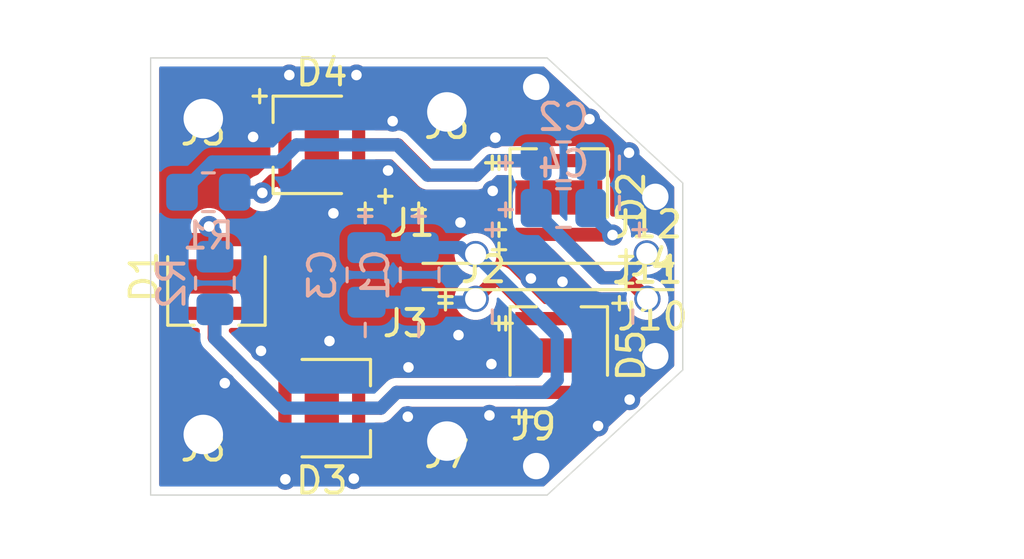
<source format=kicad_pcb>
(kicad_pcb (version 20171130) (host pcbnew "(5.1.9)-1")

  (general
    (thickness 1.6)
    (drawings 85)
    (tracks 92)
    (zones 0)
    (modules 23)
    (nets 11)
  )

  (page A4)
  (layers
    (0 F.Cu signal)
    (31 B.Cu signal)
    (32 B.Adhes user)
    (33 F.Adhes user)
    (34 B.Paste user)
    (35 F.Paste user)
    (36 B.SilkS user)
    (37 F.SilkS user)
    (38 B.Mask user)
    (39 F.Mask user)
    (40 Dwgs.User user)
    (41 Cmts.User user)
    (42 Eco1.User user)
    (43 Eco2.User user)
    (44 Edge.Cuts user)
    (45 Margin user)
    (46 B.CrtYd user)
    (47 F.CrtYd user)
    (48 B.Fab user)
    (49 F.Fab user)
  )

  (setup
    (last_trace_width 0.25)
    (user_trace_width 0.5)
    (user_trace_width 0.7)
    (trace_clearance 0.2)
    (zone_clearance 0.3)
    (zone_45_only no)
    (trace_min 0.2)
    (via_size 0.8)
    (via_drill 0.4)
    (via_min_size 0.4)
    (via_min_drill 0.3)
    (uvia_size 0.3)
    (uvia_drill 0.1)
    (uvias_allowed no)
    (uvia_min_size 0.2)
    (uvia_min_drill 0.1)
    (edge_width 0.05)
    (segment_width 0.2)
    (pcb_text_width 0.3)
    (pcb_text_size 1.5 1.5)
    (mod_edge_width 0.12)
    (mod_text_size 1 1)
    (mod_text_width 0.15)
    (pad_size 1 1)
    (pad_drill 0.8)
    (pad_to_mask_clearance 0)
    (aux_axis_origin 0 0)
    (visible_elements 7FFFFFFF)
    (pcbplotparams
      (layerselection 0x010fc_ffffffff)
      (usegerberextensions false)
      (usegerberattributes true)
      (usegerberadvancedattributes true)
      (creategerberjobfile true)
      (excludeedgelayer true)
      (linewidth 0.100000)
      (plotframeref false)
      (viasonmask false)
      (mode 1)
      (useauxorigin false)
      (hpglpennumber 1)
      (hpglpenspeed 20)
      (hpglpendiameter 15.000000)
      (psnegative false)
      (psa4output false)
      (plotreference true)
      (plotvalue true)
      (plotinvisibletext false)
      (padsonsilk false)
      (subtractmaskfromsilk false)
      (outputformat 1)
      (mirror false)
      (drillshape 0)
      (scaleselection 1)
      (outputdirectory "../../../Gerbers/LED_Head_001/"))
  )

  (net 0 "")
  (net 1 "Net-(C1-Pad1)")
  (net 2 "Net-(C1-Pad2)")
  (net 3 "Net-(D1-Pad1)")
  (net 4 "Net-(D2-Pad1)")
  (net 5 "Net-(D3-Pad1)")
  (net 6 "Net-(D4-Pad1)")
  (net 7 GND)
  (net 8 "Net-(C2-Pad1)")
  (net 9 "Net-(C2-Pad2)")
  (net 10 "Net-(D1-Pad2)")

  (net_class Default "This is the default net class."
    (clearance 0.2)
    (trace_width 0.25)
    (via_dia 0.8)
    (via_drill 0.4)
    (uvia_dia 0.3)
    (uvia_drill 0.1)
    (add_net GND)
    (add_net "Net-(C1-Pad1)")
    (add_net "Net-(C1-Pad2)")
    (add_net "Net-(C2-Pad1)")
    (add_net "Net-(C2-Pad2)")
    (add_net "Net-(D1-Pad1)")
    (add_net "Net-(D1-Pad2)")
    (add_net "Net-(D2-Pad1)")
    (add_net "Net-(D3-Pad1)")
    (add_net "Net-(D4-Pad1)")
  )

  (module Capacitor_SMD:C_0805_2012Metric_Pad1.18x1.45mm_HandSolder (layer B.Cu) (tedit 5F68FEEF) (tstamp 6128C183)
    (at -10.125 -0.0625 270)
    (descr "Capacitor SMD 0805 (2012 Metric), square (rectangular) end terminal, IPC_7351 nominal with elongated pad for handsoldering. (Body size source: IPC-SM-782 page 76, https://www.pcb-3d.com/wordpress/wp-content/uploads/ipc-sm-782a_amendment_1_and_2.pdf, https://docs.google.com/spreadsheets/d/1BsfQQcO9C6DZCsRaXUlFlo91Tg2WpOkGARC1WS5S8t0/edit?usp=sharing), generated with kicad-footprint-generator")
    (tags "capacitor handsolder")
    (path /612B4E39)
    (attr smd)
    (fp_text reference C1 (at 0 1.68 90) (layer B.SilkS)
      (effects (font (size 1 1) (thickness 0.15)) (justify mirror))
    )
    (fp_text value C (at 0 -1.68 90) (layer B.Fab)
      (effects (font (size 1 1) (thickness 0.15)) (justify mirror))
    )
    (fp_line (start -1 -0.625) (end -1 0.625) (layer B.Fab) (width 0.1))
    (fp_line (start -1 0.625) (end 1 0.625) (layer B.Fab) (width 0.1))
    (fp_line (start 1 0.625) (end 1 -0.625) (layer B.Fab) (width 0.1))
    (fp_line (start 1 -0.625) (end -1 -0.625) (layer B.Fab) (width 0.1))
    (fp_line (start -0.261252 0.735) (end 0.261252 0.735) (layer B.SilkS) (width 0.12))
    (fp_line (start -0.261252 -0.735) (end 0.261252 -0.735) (layer B.SilkS) (width 0.12))
    (fp_line (start -1.88 -0.98) (end -1.88 0.98) (layer B.CrtYd) (width 0.05))
    (fp_line (start -1.88 0.98) (end 1.88 0.98) (layer B.CrtYd) (width 0.05))
    (fp_line (start 1.88 0.98) (end 1.88 -0.98) (layer B.CrtYd) (width 0.05))
    (fp_line (start 1.88 -0.98) (end -1.88 -0.98) (layer B.CrtYd) (width 0.05))
    (fp_text user %R (at 0 0 90) (layer B.Fab)
      (effects (font (size 0.5 0.5) (thickness 0.08)) (justify mirror))
    )
    (pad 1 smd roundrect (at -1.0375 0 270) (size 1.175 1.45) (layers B.Cu B.Paste B.Mask) (roundrect_rratio 0.2127659574468085)
      (net 1 "Net-(C1-Pad1)"))
    (pad 2 smd roundrect (at 1.0375 0 270) (size 1.175 1.45) (layers B.Cu B.Paste B.Mask) (roundrect_rratio 0.2127659574468085)
      (net 2 "Net-(C1-Pad2)"))
    (model ${KISYS3DMOD}/Capacitor_SMD.3dshapes/C_0805_2012Metric.wrl
      (at (xyz 0 0 0))
      (scale (xyz 1 1 1))
      (rotate (xyz 0 0 0))
    )
  )

  (module Capacitor_SMD:C_0805_2012Metric_Pad1.18x1.45mm_HandSolder (layer B.Cu) (tedit 5F68FEEF) (tstamp 6128C194)
    (at -4.6625 -4.375 180)
    (descr "Capacitor SMD 0805 (2012 Metric), square (rectangular) end terminal, IPC_7351 nominal with elongated pad for handsoldering. (Body size source: IPC-SM-782 page 76, https://www.pcb-3d.com/wordpress/wp-content/uploads/ipc-sm-782a_amendment_1_and_2.pdf, https://docs.google.com/spreadsheets/d/1BsfQQcO9C6DZCsRaXUlFlo91Tg2WpOkGARC1WS5S8t0/edit?usp=sharing), generated with kicad-footprint-generator")
    (tags "capacitor handsolder")
    (path /612C6A9B)
    (attr smd)
    (fp_text reference C2 (at 0 1.68) (layer B.SilkS)
      (effects (font (size 1 1) (thickness 0.15)) (justify mirror))
    )
    (fp_text value C (at 0 -1.68) (layer B.Fab)
      (effects (font (size 1 1) (thickness 0.15)) (justify mirror))
    )
    (fp_line (start -1 -0.625) (end -1 0.625) (layer B.Fab) (width 0.1))
    (fp_line (start -1 0.625) (end 1 0.625) (layer B.Fab) (width 0.1))
    (fp_line (start 1 0.625) (end 1 -0.625) (layer B.Fab) (width 0.1))
    (fp_line (start 1 -0.625) (end -1 -0.625) (layer B.Fab) (width 0.1))
    (fp_line (start -0.261252 0.735) (end 0.261252 0.735) (layer B.SilkS) (width 0.12))
    (fp_line (start -0.261252 -0.735) (end 0.261252 -0.735) (layer B.SilkS) (width 0.12))
    (fp_line (start -1.88 -0.98) (end -1.88 0.98) (layer B.CrtYd) (width 0.05))
    (fp_line (start -1.88 0.98) (end 1.88 0.98) (layer B.CrtYd) (width 0.05))
    (fp_line (start 1.88 0.98) (end 1.88 -0.98) (layer B.CrtYd) (width 0.05))
    (fp_line (start 1.88 -0.98) (end -1.88 -0.98) (layer B.CrtYd) (width 0.05))
    (fp_text user %R (at 0 0) (layer B.Fab)
      (effects (font (size 0.5 0.5) (thickness 0.08)) (justify mirror))
    )
    (pad 1 smd roundrect (at -1.0375 0 180) (size 1.175 1.45) (layers B.Cu B.Paste B.Mask) (roundrect_rratio 0.2127659574468085)
      (net 8 "Net-(C2-Pad1)"))
    (pad 2 smd roundrect (at 1.0375 0 180) (size 1.175 1.45) (layers B.Cu B.Paste B.Mask) (roundrect_rratio 0.2127659574468085)
      (net 9 "Net-(C2-Pad2)"))
    (model ${KISYS3DMOD}/Capacitor_SMD.3dshapes/C_0805_2012Metric.wrl
      (at (xyz 0 0 0))
      (scale (xyz 1 1 1))
      (rotate (xyz 0 0 0))
    )
  )

  (module Capacitor_SMD:C_0805_2012Metric_Pad1.18x1.45mm_HandSolder (layer B.Cu) (tedit 5F68FEEF) (tstamp 6128C1A5)
    (at -12.144999 -0.059999 270)
    (descr "Capacitor SMD 0805 (2012 Metric), square (rectangular) end terminal, IPC_7351 nominal with elongated pad for handsoldering. (Body size source: IPC-SM-782 page 76, https://www.pcb-3d.com/wordpress/wp-content/uploads/ipc-sm-782a_amendment_1_and_2.pdf, https://docs.google.com/spreadsheets/d/1BsfQQcO9C6DZCsRaXUlFlo91Tg2WpOkGARC1WS5S8t0/edit?usp=sharing), generated with kicad-footprint-generator")
    (tags "capacitor handsolder")
    (path /612B4E3F)
    (attr smd)
    (fp_text reference C3 (at 0 1.68 90) (layer B.SilkS)
      (effects (font (size 1 1) (thickness 0.15)) (justify mirror))
    )
    (fp_text value C (at 0 -1.68 90) (layer B.Fab)
      (effects (font (size 1 1) (thickness 0.15)) (justify mirror))
    )
    (fp_line (start 1.88 -0.98) (end -1.88 -0.98) (layer B.CrtYd) (width 0.05))
    (fp_line (start 1.88 0.98) (end 1.88 -0.98) (layer B.CrtYd) (width 0.05))
    (fp_line (start -1.88 0.98) (end 1.88 0.98) (layer B.CrtYd) (width 0.05))
    (fp_line (start -1.88 -0.98) (end -1.88 0.98) (layer B.CrtYd) (width 0.05))
    (fp_line (start -0.261252 -0.735) (end 0.261252 -0.735) (layer B.SilkS) (width 0.12))
    (fp_line (start -0.261252 0.735) (end 0.261252 0.735) (layer B.SilkS) (width 0.12))
    (fp_line (start 1 -0.625) (end -1 -0.625) (layer B.Fab) (width 0.1))
    (fp_line (start 1 0.625) (end 1 -0.625) (layer B.Fab) (width 0.1))
    (fp_line (start -1 0.625) (end 1 0.625) (layer B.Fab) (width 0.1))
    (fp_line (start -1 -0.625) (end -1 0.625) (layer B.Fab) (width 0.1))
    (fp_text user %R (at 0 0 90) (layer B.Fab)
      (effects (font (size 0.5 0.5) (thickness 0.08)) (justify mirror))
    )
    (pad 2 smd roundrect (at 1.0375 0 270) (size 1.175 1.45) (layers B.Cu B.Paste B.Mask) (roundrect_rratio 0.2127659574468085)
      (net 2 "Net-(C1-Pad2)"))
    (pad 1 smd roundrect (at -1.0375 0 270) (size 1.175 1.45) (layers B.Cu B.Paste B.Mask) (roundrect_rratio 0.2127659574468085)
      (net 1 "Net-(C1-Pad1)"))
    (model ${KISYS3DMOD}/Capacitor_SMD.3dshapes/C_0805_2012Metric.wrl
      (at (xyz 0 0 0))
      (scale (xyz 1 1 1))
      (rotate (xyz 0 0 0))
    )
  )

  (module Capacitor_SMD:C_0805_2012Metric_Pad1.18x1.45mm_HandSolder (layer B.Cu) (tedit 5F68FEEF) (tstamp 6128C1B6)
    (at -4.6625 -2.6 180)
    (descr "Capacitor SMD 0805 (2012 Metric), square (rectangular) end terminal, IPC_7351 nominal with elongated pad for handsoldering. (Body size source: IPC-SM-782 page 76, https://www.pcb-3d.com/wordpress/wp-content/uploads/ipc-sm-782a_amendment_1_and_2.pdf, https://docs.google.com/spreadsheets/d/1BsfQQcO9C6DZCsRaXUlFlo91Tg2WpOkGARC1WS5S8t0/edit?usp=sharing), generated with kicad-footprint-generator")
    (tags "capacitor handsolder")
    (path /612C6AA1)
    (attr smd)
    (fp_text reference C4 (at 0 1.68) (layer B.SilkS)
      (effects (font (size 1 1) (thickness 0.15)) (justify mirror))
    )
    (fp_text value C (at 0 -1.68) (layer B.Fab)
      (effects (font (size 1 1) (thickness 0.15)) (justify mirror))
    )
    (fp_line (start 1.88 -0.98) (end -1.88 -0.98) (layer B.CrtYd) (width 0.05))
    (fp_line (start 1.88 0.98) (end 1.88 -0.98) (layer B.CrtYd) (width 0.05))
    (fp_line (start -1.88 0.98) (end 1.88 0.98) (layer B.CrtYd) (width 0.05))
    (fp_line (start -1.88 -0.98) (end -1.88 0.98) (layer B.CrtYd) (width 0.05))
    (fp_line (start -0.261252 -0.735) (end 0.261252 -0.735) (layer B.SilkS) (width 0.12))
    (fp_line (start -0.261252 0.735) (end 0.261252 0.735) (layer B.SilkS) (width 0.12))
    (fp_line (start 1 -0.625) (end -1 -0.625) (layer B.Fab) (width 0.1))
    (fp_line (start 1 0.625) (end 1 -0.625) (layer B.Fab) (width 0.1))
    (fp_line (start -1 0.625) (end 1 0.625) (layer B.Fab) (width 0.1))
    (fp_line (start -1 -0.625) (end -1 0.625) (layer B.Fab) (width 0.1))
    (fp_text user %R (at 0 0) (layer B.Fab)
      (effects (font (size 0.5 0.5) (thickness 0.08)) (justify mirror))
    )
    (pad 2 smd roundrect (at 1.0375 0 180) (size 1.175 1.45) (layers B.Cu B.Paste B.Mask) (roundrect_rratio 0.2127659574468085)
      (net 9 "Net-(C2-Pad2)"))
    (pad 1 smd roundrect (at -1.0375 0 180) (size 1.175 1.45) (layers B.Cu B.Paste B.Mask) (roundrect_rratio 0.2127659574468085)
      (net 8 "Net-(C2-Pad1)"))
    (model ${KISYS3DMOD}/Capacitor_SMD.3dshapes/C_0805_2012Metric.wrl
      (at (xyz 0 0 0))
      (scale (xyz 1 1 1))
      (rotate (xyz 0 0 0))
    )
  )

  (module LED_SMD:LED_Cree-XHP35 (layer F.Cu) (tedit 5E7E470B) (tstamp 6128C1D3)
    (at -17.8417 0 90)
    (descr http://www.cree.com/~/media/Files/Cree/LED-Components-and-Modules/XLamp/Data-and-Binning/ds--XHP35.pdf)
    (tags "LED Cree XHP35")
    (path /612B4E1B)
    (attr smd)
    (fp_text reference D1 (at 0 -2.75 90) (layer F.SilkS)
      (effects (font (size 1 1) (thickness 0.15)))
    )
    (fp_text value LED (at 0 2.75 90) (layer F.Fab)
      (effects (font (size 1 1) (thickness 0.15)))
    )
    (fp_line (start -1.65 -1.65) (end 1.65 -1.65) (layer F.Fab) (width 0.1))
    (fp_line (start 1.65 -1.65) (end 1.65 1.65) (layer F.Fab) (width 0.1))
    (fp_line (start 1.65 1.65) (end -1.65 1.65) (layer F.Fab) (width 0.1))
    (fp_line (start -1.65 1.65) (end -1.65 -1.65) (layer F.Fab) (width 0.1))
    (fp_line (start 0.75 -1.85) (end -1.85 -1.85) (layer F.SilkS) (width 0.12))
    (fp_line (start -1.85 -1.85) (end -1.85 -0.85) (layer F.SilkS) (width 0.12))
    (fp_line (start 0.75 1.85) (end -1.85 1.85) (layer F.SilkS) (width 0.12))
    (fp_line (start -1.85 1.85) (end -1.85 0.85) (layer F.SilkS) (width 0.12))
    (fp_line (start -1.9 1.9) (end 1.9 1.9) (layer F.CrtYd) (width 0.05))
    (fp_line (start 1.9 1.9) (end 1.9 -1.9) (layer F.CrtYd) (width 0.05))
    (fp_line (start 1.9 -1.9) (end -1.9 -1.9) (layer F.CrtYd) (width 0.05))
    (fp_line (start -1.9 -1.9) (end -1.9 1.9) (layer F.CrtYd) (width 0.05))
    (fp_line (start 1.25 0) (end 0.5 0) (layer F.Fab) (width 0.1))
    (fp_line (start -1.25 0) (end -0.5 0) (layer F.Fab) (width 0.1))
    (fp_line (start -0.5 -0.5) (end -0.5 0.5) (layer F.Fab) (width 0.1))
    (fp_line (start -0.5 0) (end 0.5 -0.5) (layer F.Fab) (width 0.1))
    (fp_line (start 0.5 -0.5) (end 0.5 0.5) (layer F.Fab) (width 0.1))
    (fp_line (start 0.5 0.5) (end -0.5 0) (layer F.Fab) (width 0.1))
    (fp_text user %R (at 0 0 90) (layer F.Fab)
      (effects (font (size 0.8 0.8) (thickness 0.08)))
    )
    (pad 2 smd rect (at 1.4 0 90) (size 0.5 3.3) (layers F.Cu F.Paste F.Mask)
      (net 10 "Net-(D1-Pad2)"))
    (pad 1 smd rect (at -1.4 0 90) (size 0.5 3.3) (layers F.Cu F.Paste F.Mask)
      (net 3 "Net-(D1-Pad1)"))
    (pad 3 smd rect (at 0 0 90) (size 1.3 3.3) (layers F.Cu F.Mask))
    (pad "" smd rect (at 0 1 90) (size 1.01 0.75) (layers F.Paste))
    (pad "" smd rect (at 0 -1 90) (size 1.01 0.75) (layers F.Paste))
    (pad "" smd rect (at 0 0 90) (size 1.01 0.75) (layers F.Paste))
    (model ${KISYS3DMOD}/LED_SMD.3dshapes/LED_Cree-XHP35.wrl
      (at (xyz 0 0 0))
      (scale (xyz 1 1 1))
      (rotate (xyz 0 0 0))
    )
  )

  (module LED_SMD:LED_Cree-XHP35 (layer F.Cu) (tedit 5E7E470B) (tstamp 6128C1F0)
    (at -4.8417 -3 270)
    (descr http://www.cree.com/~/media/Files/Cree/LED-Components-and-Modules/XLamp/Data-and-Binning/ds--XHP35.pdf)
    (tags "LED Cree XHP35")
    (path /612C6A7D)
    (attr smd)
    (fp_text reference D2 (at 0 -2.75 90) (layer F.SilkS)
      (effects (font (size 1 1) (thickness 0.15)))
    )
    (fp_text value LED (at 0 2.75 90) (layer F.Fab)
      (effects (font (size 1 1) (thickness 0.15)))
    )
    (fp_line (start 0.5 0.5) (end -0.5 0) (layer F.Fab) (width 0.1))
    (fp_line (start 0.5 -0.5) (end 0.5 0.5) (layer F.Fab) (width 0.1))
    (fp_line (start -0.5 0) (end 0.5 -0.5) (layer F.Fab) (width 0.1))
    (fp_line (start -0.5 -0.5) (end -0.5 0.5) (layer F.Fab) (width 0.1))
    (fp_line (start -1.25 0) (end -0.5 0) (layer F.Fab) (width 0.1))
    (fp_line (start 1.25 0) (end 0.5 0) (layer F.Fab) (width 0.1))
    (fp_line (start -1.9 -1.9) (end -1.9 1.9) (layer F.CrtYd) (width 0.05))
    (fp_line (start 1.9 -1.9) (end -1.9 -1.9) (layer F.CrtYd) (width 0.05))
    (fp_line (start 1.9 1.9) (end 1.9 -1.9) (layer F.CrtYd) (width 0.05))
    (fp_line (start -1.9 1.9) (end 1.9 1.9) (layer F.CrtYd) (width 0.05))
    (fp_line (start -1.85 1.85) (end -1.85 0.85) (layer F.SilkS) (width 0.12))
    (fp_line (start 0.75 1.85) (end -1.85 1.85) (layer F.SilkS) (width 0.12))
    (fp_line (start -1.85 -1.85) (end -1.85 -0.85) (layer F.SilkS) (width 0.12))
    (fp_line (start 0.75 -1.85) (end -1.85 -1.85) (layer F.SilkS) (width 0.12))
    (fp_line (start -1.65 1.65) (end -1.65 -1.65) (layer F.Fab) (width 0.1))
    (fp_line (start 1.65 1.65) (end -1.65 1.65) (layer F.Fab) (width 0.1))
    (fp_line (start 1.65 -1.65) (end 1.65 1.65) (layer F.Fab) (width 0.1))
    (fp_line (start -1.65 -1.65) (end 1.65 -1.65) (layer F.Fab) (width 0.1))
    (fp_text user %R (at 0 0 90) (layer F.Fab)
      (effects (font (size 0.8 0.8) (thickness 0.08)))
    )
    (pad "" smd rect (at 0 0 270) (size 1.01 0.75) (layers F.Paste))
    (pad "" smd rect (at 0 -1 270) (size 1.01 0.75) (layers F.Paste))
    (pad "" smd rect (at 0 1 270) (size 1.01 0.75) (layers F.Paste))
    (pad 3 smd rect (at 0 0 270) (size 1.3 3.3) (layers F.Cu F.Mask))
    (pad 1 smd rect (at -1.4 0 270) (size 0.5 3.3) (layers F.Cu F.Paste F.Mask)
      (net 4 "Net-(D2-Pad1)"))
    (pad 2 smd rect (at 1.4 0 270) (size 0.5 3.3) (layers F.Cu F.Paste F.Mask)
      (net 8 "Net-(C2-Pad1)"))
    (model ${KISYS3DMOD}/LED_SMD.3dshapes/LED_Cree-XHP35.wrl
      (at (xyz 0 0 0))
      (scale (xyz 1 1 1))
      (rotate (xyz 0 0 0))
    )
  )

  (module LED_SMD:LED_Cree-XHP35 (layer F.Cu) (tedit 5E7E470B) (tstamp 6128C20D)
    (at -13.8417 5 180)
    (descr http://www.cree.com/~/media/Files/Cree/LED-Components-and-Modules/XLamp/Data-and-Binning/ds--XHP35.pdf)
    (tags "LED Cree XHP35")
    (path /612B4E21)
    (attr smd)
    (fp_text reference D3 (at 0 -2.75) (layer F.SilkS)
      (effects (font (size 1 1) (thickness 0.15)))
    )
    (fp_text value LED (at 0 2.75) (layer F.Fab)
      (effects (font (size 1 1) (thickness 0.15)))
    )
    (fp_line (start 0.5 0.5) (end -0.5 0) (layer F.Fab) (width 0.1))
    (fp_line (start 0.5 -0.5) (end 0.5 0.5) (layer F.Fab) (width 0.1))
    (fp_line (start -0.5 0) (end 0.5 -0.5) (layer F.Fab) (width 0.1))
    (fp_line (start -0.5 -0.5) (end -0.5 0.5) (layer F.Fab) (width 0.1))
    (fp_line (start -1.25 0) (end -0.5 0) (layer F.Fab) (width 0.1))
    (fp_line (start 1.25 0) (end 0.5 0) (layer F.Fab) (width 0.1))
    (fp_line (start -1.9 -1.9) (end -1.9 1.9) (layer F.CrtYd) (width 0.05))
    (fp_line (start 1.9 -1.9) (end -1.9 -1.9) (layer F.CrtYd) (width 0.05))
    (fp_line (start 1.9 1.9) (end 1.9 -1.9) (layer F.CrtYd) (width 0.05))
    (fp_line (start -1.9 1.9) (end 1.9 1.9) (layer F.CrtYd) (width 0.05))
    (fp_line (start -1.85 1.85) (end -1.85 0.85) (layer F.SilkS) (width 0.12))
    (fp_line (start 0.75 1.85) (end -1.85 1.85) (layer F.SilkS) (width 0.12))
    (fp_line (start -1.85 -1.85) (end -1.85 -0.85) (layer F.SilkS) (width 0.12))
    (fp_line (start 0.75 -1.85) (end -1.85 -1.85) (layer F.SilkS) (width 0.12))
    (fp_line (start -1.65 1.65) (end -1.65 -1.65) (layer F.Fab) (width 0.1))
    (fp_line (start 1.65 1.65) (end -1.65 1.65) (layer F.Fab) (width 0.1))
    (fp_line (start 1.65 -1.65) (end 1.65 1.65) (layer F.Fab) (width 0.1))
    (fp_line (start -1.65 -1.65) (end 1.65 -1.65) (layer F.Fab) (width 0.1))
    (fp_text user %R (at 0 0) (layer F.Fab)
      (effects (font (size 0.8 0.8) (thickness 0.08)))
    )
    (pad "" smd rect (at 0 0 180) (size 1.01 0.75) (layers F.Paste))
    (pad "" smd rect (at 0 -1 180) (size 1.01 0.75) (layers F.Paste))
    (pad "" smd rect (at 0 1 180) (size 1.01 0.75) (layers F.Paste))
    (pad 3 smd rect (at 0 0 180) (size 1.3 3.3) (layers F.Cu F.Mask))
    (pad 1 smd rect (at -1.4 0 180) (size 0.5 3.3) (layers F.Cu F.Paste F.Mask)
      (net 5 "Net-(D3-Pad1)"))
    (pad 2 smd rect (at 1.4 0 180) (size 0.5 3.3) (layers F.Cu F.Paste F.Mask)
      (net 3 "Net-(D1-Pad1)"))
    (model ${KISYS3DMOD}/LED_SMD.3dshapes/LED_Cree-XHP35.wrl
      (at (xyz 0 0 0))
      (scale (xyz 1 1 1))
      (rotate (xyz 0 0 0))
    )
  )

  (module LED_SMD:LED_Cree-XHP35 (layer F.Cu) (tedit 612866A0) (tstamp 6128C22A)
    (at -13.8417 -5)
    (descr http://www.cree.com/~/media/Files/Cree/LED-Components-and-Modules/XLamp/Data-and-Binning/ds--XHP35.pdf)
    (tags "LED Cree XHP35")
    (path /612C6A83)
    (attr smd)
    (fp_text reference D4 (at 0 -2.75) (layer F.SilkS)
      (effects (font (size 1 1) (thickness 0.15)))
    )
    (fp_text value LED (at 0 2.75) (layer F.Fab)
      (effects (font (size 1 1) (thickness 0.15)))
    )
    (fp_line (start -1.65 -1.65) (end 1.65 -1.65) (layer F.Fab) (width 0.1))
    (fp_line (start 1.65 -1.65) (end 1.65 1.65) (layer F.Fab) (width 0.1))
    (fp_line (start 1.65 1.65) (end -1.65 1.65) (layer F.Fab) (width 0.1))
    (fp_line (start -1.65 1.65) (end -1.65 -1.65) (layer F.Fab) (width 0.1))
    (fp_line (start 0.75 -1.85) (end -1.85 -1.85) (layer F.SilkS) (width 0.12))
    (fp_line (start -1.85 -1.85) (end -1.85 -0.85) (layer F.SilkS) (width 0.12))
    (fp_line (start 0.75 1.85) (end -1.85 1.85) (layer F.SilkS) (width 0.12))
    (fp_line (start -1.85 1.85) (end -1.85 0.85) (layer F.SilkS) (width 0.12))
    (fp_line (start -1.9 1.9) (end 1.9 1.9) (layer F.CrtYd) (width 0.05))
    (fp_line (start 1.9 1.9) (end 1.9 -1.9) (layer F.CrtYd) (width 0.05))
    (fp_line (start 1.9 -1.9) (end -1.9 -1.9) (layer F.CrtYd) (width 0.05))
    (fp_line (start -1.9 -1.9) (end -1.9 1.9) (layer F.CrtYd) (width 0.05))
    (fp_line (start 1.25 0) (end 0.5 0) (layer F.Fab) (width 0.1))
    (fp_line (start -1.25 0) (end -0.5 0) (layer F.Fab) (width 0.1))
    (fp_line (start -0.5 -0.5) (end -0.5 0.5) (layer F.Fab) (width 0.1))
    (fp_line (start -0.5 0) (end 0.5 -0.5) (layer F.Fab) (width 0.1))
    (fp_line (start 0.5 -0.5) (end 0.5 0.5) (layer F.Fab) (width 0.1))
    (fp_line (start 0.5 0.5) (end -0.5 0) (layer F.Fab) (width 0.1))
    (fp_text user %R (at 0 0) (layer F.Fab)
      (effects (font (size 0.8 0.8) (thickness 0.08)))
    )
    (pad 2 smd rect (at 1.4 0) (size 0.5 3.3) (layers F.Cu F.Paste F.Mask)
      (net 4 "Net-(D2-Pad1)"))
    (pad 1 smd rect (at -1.4 0) (size 0.5 3.3) (layers F.Cu F.Paste F.Mask)
      (net 6 "Net-(D4-Pad1)"))
    (pad 3 smd rect (at 0 0) (size 1.3 3.3) (layers F.Cu F.Mask))
    (pad "" smd rect (at 0 1) (size 1.01 0.75) (layers F.Paste))
    (pad "" smd rect (at 0 -1) (size 1.01 0.75) (layers F.Paste))
    (pad "" smd rect (at 0 0) (size 1.01 0.75) (layers F.Paste))
    (model ${KISYS3DMOD}/LED_SMD.3dshapes/LED_Cree-XHP35.wrl
      (at (xyz 0 0 0))
      (scale (xyz 1 1 1))
      (rotate (xyz 0 0 0))
    )
  )

  (module LED_SMD:LED_Cree-XHP35 (layer F.Cu) (tedit 5E7E470B) (tstamp 6128C247)
    (at -4.8417 3 270)
    (descr http://www.cree.com/~/media/Files/Cree/LED-Components-and-Modules/XLamp/Data-and-Binning/ds--XHP35.pdf)
    (tags "LED Cree XHP35")
    (path /612B5D59)
    (attr smd)
    (fp_text reference D5 (at 0 -2.75 90) (layer F.SilkS)
      (effects (font (size 1 1) (thickness 0.15)))
    )
    (fp_text value LED (at 0 2.75 90) (layer F.Fab)
      (effects (font (size 1 1) (thickness 0.15)))
    )
    (fp_line (start -1.65 -1.65) (end 1.65 -1.65) (layer F.Fab) (width 0.1))
    (fp_line (start 1.65 -1.65) (end 1.65 1.65) (layer F.Fab) (width 0.1))
    (fp_line (start 1.65 1.65) (end -1.65 1.65) (layer F.Fab) (width 0.1))
    (fp_line (start -1.65 1.65) (end -1.65 -1.65) (layer F.Fab) (width 0.1))
    (fp_line (start 0.75 -1.85) (end -1.85 -1.85) (layer F.SilkS) (width 0.12))
    (fp_line (start -1.85 -1.85) (end -1.85 -0.85) (layer F.SilkS) (width 0.12))
    (fp_line (start 0.75 1.85) (end -1.85 1.85) (layer F.SilkS) (width 0.12))
    (fp_line (start -1.85 1.85) (end -1.85 0.85) (layer F.SilkS) (width 0.12))
    (fp_line (start -1.9 1.9) (end 1.9 1.9) (layer F.CrtYd) (width 0.05))
    (fp_line (start 1.9 1.9) (end 1.9 -1.9) (layer F.CrtYd) (width 0.05))
    (fp_line (start 1.9 -1.9) (end -1.9 -1.9) (layer F.CrtYd) (width 0.05))
    (fp_line (start -1.9 -1.9) (end -1.9 1.9) (layer F.CrtYd) (width 0.05))
    (fp_line (start 1.25 0) (end 0.5 0) (layer F.Fab) (width 0.1))
    (fp_line (start -1.25 0) (end -0.5 0) (layer F.Fab) (width 0.1))
    (fp_line (start -0.5 -0.5) (end -0.5 0.5) (layer F.Fab) (width 0.1))
    (fp_line (start -0.5 0) (end 0.5 -0.5) (layer F.Fab) (width 0.1))
    (fp_line (start 0.5 -0.5) (end 0.5 0.5) (layer F.Fab) (width 0.1))
    (fp_line (start 0.5 0.5) (end -0.5 0) (layer F.Fab) (width 0.1))
    (fp_text user %R (at 0 0 90) (layer F.Fab)
      (effects (font (size 0.8 0.8) (thickness 0.08)))
    )
    (pad 2 smd rect (at 1.4 0 270) (size 0.5 3.3) (layers F.Cu F.Paste F.Mask)
      (net 5 "Net-(D3-Pad1)"))
    (pad 1 smd rect (at -1.4 0 270) (size 0.5 3.3) (layers F.Cu F.Paste F.Mask)
      (net 2 "Net-(C1-Pad2)"))
    (pad 3 smd rect (at 0 0 270) (size 1.3 3.3) (layers F.Cu F.Mask))
    (pad "" smd rect (at 0 1 270) (size 1.01 0.75) (layers F.Paste))
    (pad "" smd rect (at 0 -1 270) (size 1.01 0.75) (layers F.Paste))
    (pad "" smd rect (at 0 0 270) (size 1.01 0.75) (layers F.Paste))
    (model ${KISYS3DMOD}/LED_SMD.3dshapes/LED_Cree-XHP35.wrl
      (at (xyz 0 0 0))
      (scale (xyz 1 1 1))
      (rotate (xyz 0 0 0))
    )
  )

  (module pins:pin_0.8 (layer F.Cu) (tedit 61286C54) (tstamp 6128C24C)
    (at 12.585 -6.025)
    (path /612B4E2D)
    (fp_text reference J1 (at -22.999 3.993) (layer F.SilkS)
      (effects (font (size 1 1) (thickness 0.15)))
    )
    (fp_text value Conn_01x01_Female (at -26.301 -3.627) (layer F.Fab)
      (effects (font (size 1 1) (thickness 0.15)))
    )
    (pad 1 thru_hole circle (at -20.585 5.175) (size 1 1) (drill 0.8) (layers *.Cu *.Mask)
      (net 1 "Net-(C1-Pad1)"))
  )

  (module pins:pin_0.8 (layer F.Cu) (tedit 61286C4A) (tstamp 6128C251)
    (at -7.7 -0.775)
    (path /612B4E33)
    (fp_text reference J2 (at 0 0.5) (layer F.SilkS)
      (effects (font (size 1 1) (thickness 0.15)))
    )
    (fp_text value Conn_01x01_Female (at 0 -0.5) (layer F.Fab)
      (effects (font (size 1 1) (thickness 0.15)))
    )
    (pad 1 thru_hole circle (at -0.3 1.625) (size 1 1) (drill 0.8) (layers *.Cu *.Mask)
      (net 2 "Net-(C1-Pad2)"))
  )

  (module pins:pin_1.0 (layer F.Cu) (tedit 61286974) (tstamp 6128C256)
    (at 8.75 2.885)
    (path /6121E8A1)
    (fp_text reference J3 (at -19.418 -1.107) (layer F.SilkS)
      (effects (font (size 1 1) (thickness 0.15)))
    )
    (fp_text value Conn_01x01_Female (at -22.212 7.021) (layer F.Fab)
      (effects (font (size 1 1) (thickness 0.15)))
    )
    (pad 1 thru_hole circle (at -14.45 -10.085) (size 1.4 1.4) (drill 1) (layers *.Cu *.Mask)
      (net 7 GND))
  )

  (module pins:pin_1.0 (layer F.Cu) (tedit 61286945) (tstamp 6128C25B)
    (at -1.275 -1.025)
    (path /6121F038)
    (fp_text reference J4 (at 0 0.5) (layer F.SilkS)
      (effects (font (size 1 1) (thickness 0.15)))
    )
    (fp_text value Conn_01x01_Female (at 0 -0.5) (layer F.Fab)
      (effects (font (size 1 1) (thickness 0.15)))
    )
    (pad 1 thru_hole circle (at 0.1 -2) (size 1.4 1.4) (drill 1) (layers *.Cu *.Mask)
      (net 7 GND))
  )

  (module pins:pin_1.5 (layer F.Cu) (tedit 612864BD) (tstamp 6128C260)
    (at -18.3417 -6)
    (path /6121F999)
    (fp_text reference J5 (at 0 0.5) (layer F.SilkS)
      (effects (font (size 1 1) (thickness 0.15)))
    )
    (fp_text value Conn_01x01_Female (at 0 -0.5) (layer F.Fab)
      (effects (font (size 1 1) (thickness 0.15)))
    )
    (pad 1 thru_hole circle (at 0 0) (size 1.9 1.9) (drill 1.5) (layers *.Cu *.Mask)
      (net 7 GND))
  )

  (module pins:pin_1.5 (layer F.Cu) (tedit 612864FA) (tstamp 6128C265)
    (at -9.0917 -6.25)
    (path /6122010A)
    (fp_text reference J6 (at 0 0.5) (layer F.SilkS)
      (effects (font (size 1 1) (thickness 0.15)))
    )
    (fp_text value Conn_01x01_Female (at 0 -0.5) (layer F.Fab)
      (effects (font (size 1 1) (thickness 0.15)))
    )
    (pad 1 thru_hole circle (at 0 12.5) (size 1.9 1.9) (drill 1.5) (layers *.Cu *.Mask)
      (net 7 GND))
  )

  (module pins:pin_1.5 (layer F.Cu) (tedit 6128650D) (tstamp 6128C26A)
    (at -9.0917 6.25)
    (path /61220A38)
    (fp_text reference J7 (at 0 0.5) (layer F.SilkS)
      (effects (font (size 1 1) (thickness 0.15)))
    )
    (fp_text value Conn_01x01_Female (at 0 -0.5) (layer F.Fab)
      (effects (font (size 1 1) (thickness 0.15)))
    )
    (pad 1 thru_hole circle (at 0 -12.5) (size 1.9 1.9) (drill 1.5) (layers *.Cu *.Mask)
      (net 7 GND))
  )

  (module pins:pin_1.5 (layer F.Cu) (tedit 612864D3) (tstamp 6128C26F)
    (at -18.3417 6)
    (path /6122126C)
    (fp_text reference J8 (at 0 0.5) (layer F.SilkS)
      (effects (font (size 1 1) (thickness 0.15)))
    )
    (fp_text value Conn_01x01_Female (at 0 -0.5) (layer F.Fab)
      (effects (font (size 1 1) (thickness 0.15)))
    )
    (pad 1 thru_hole circle (at 0 0) (size 1.9 1.9) (drill 1.5) (layers *.Cu *.Mask)
      (net 7 GND))
  )

  (module pins:pin_1.0 (layer F.Cu) (tedit 61286955) (tstamp 6128C274)
    (at -5.8 5.2)
    (path /61225C0A)
    (fp_text reference J9 (at 0 0.5) (layer F.SilkS)
      (effects (font (size 1 1) (thickness 0.15)))
    )
    (fp_text value Conn_01x01_Female (at 0 -0.5) (layer F.Fab)
      (effects (font (size 1 1) (thickness 0.15)))
    )
    (pad 1 thru_hole circle (at 0.1 2) (size 1.4 1.4) (drill 1) (layers *.Cu *.Mask)
      (net 7 GND))
  )

  (module pins:pin_1.0 (layer F.Cu) (tedit 6128690E) (tstamp 6128C279)
    (at -1.275 1.025)
    (path /61225C10)
    (fp_text reference J10 (at 0 0.5) (layer F.SilkS)
      (effects (font (size 1 1) (thickness 0.15)))
    )
    (fp_text value Conn_01x01_Female (at 0 -0.5) (layer F.Fab)
      (effects (font (size 1 1) (thickness 0.15)))
    )
    (pad 1 thru_hole circle (at 0.1 2) (size 1.4 1.4) (drill 1) (layers *.Cu *.Mask)
      (net 7 GND))
  )

  (module pins:pin_0.8 (layer F.Cu) (tedit 61286BF1) (tstamp 6128C27E)
    (at -1.475 -0.75)
    (path /612C6A8F)
    (fp_text reference J11 (at 0 0.5) (layer F.SilkS)
      (effects (font (size 1 1) (thickness 0.15)))
    )
    (fp_text value Conn_01x01_Female (at 0 -0.5) (layer F.Fab)
      (effects (font (size 1 1) (thickness 0.15)))
    )
    (pad 1 thru_hole circle (at 0 1.6) (size 1 1) (drill 0.8) (layers *.Cu *.Mask)
      (net 8 "Net-(C2-Pad1)"))
  )

  (module pins:pin_0.8 (layer F.Cu) (tedit 60E69780) (tstamp 6128C283)
    (at -1.5 -2.475)
    (path /612C6A95)
    (fp_text reference J12 (at 0 0.5) (layer F.SilkS)
      (effects (font (size 1 1) (thickness 0.15)))
    )
    (fp_text value Conn_01x01_Female (at 0 -0.5) (layer F.Fab)
      (effects (font (size 1 1) (thickness 0.15)))
    )
    (pad 1 thru_hole circle (at 0 1.6) (size 1 1) (drill 0.8) (layers *.Cu *.Mask)
      (net 9 "Net-(C2-Pad2)"))
  )

  (module Resistor_SMD:R_0805_2012Metric_Pad1.20x1.40mm_HandSolder (layer B.Cu) (tedit 5F68FEEE) (tstamp 6128C294)
    (at -18.15 -3.2)
    (descr "Resistor SMD 0805 (2012 Metric), square (rectangular) end terminal, IPC_7351 nominal with elongated pad for handsoldering. (Body size source: IPC-SM-782 page 72, https://www.pcb-3d.com/wordpress/wp-content/uploads/ipc-sm-782a_amendment_1_and_2.pdf), generated with kicad-footprint-generator")
    (tags "resistor handsolder")
    (path /612C6A89)
    (attr smd)
    (fp_text reference R1 (at 0 1.65) (layer B.SilkS)
      (effects (font (size 1 1) (thickness 0.15)) (justify mirror))
    )
    (fp_text value R (at 0 -1.65) (layer B.Fab)
      (effects (font (size 1 1) (thickness 0.15)) (justify mirror))
    )
    (fp_line (start 1.85 -0.95) (end -1.85 -0.95) (layer B.CrtYd) (width 0.05))
    (fp_line (start 1.85 0.95) (end 1.85 -0.95) (layer B.CrtYd) (width 0.05))
    (fp_line (start -1.85 0.95) (end 1.85 0.95) (layer B.CrtYd) (width 0.05))
    (fp_line (start -1.85 -0.95) (end -1.85 0.95) (layer B.CrtYd) (width 0.05))
    (fp_line (start -0.227064 -0.735) (end 0.227064 -0.735) (layer B.SilkS) (width 0.12))
    (fp_line (start -0.227064 0.735) (end 0.227064 0.735) (layer B.SilkS) (width 0.12))
    (fp_line (start 1 -0.625) (end -1 -0.625) (layer B.Fab) (width 0.1))
    (fp_line (start 1 0.625) (end 1 -0.625) (layer B.Fab) (width 0.1))
    (fp_line (start -1 0.625) (end 1 0.625) (layer B.Fab) (width 0.1))
    (fp_line (start -1 -0.625) (end -1 0.625) (layer B.Fab) (width 0.1))
    (fp_text user %R (at 0 0) (layer B.Fab)
      (effects (font (size 0.5 0.5) (thickness 0.08)) (justify mirror))
    )
    (pad 2 smd roundrect (at 1 0) (size 1.2 1.4) (layers B.Cu B.Paste B.Mask) (roundrect_rratio 0.2083325)
      (net 6 "Net-(D4-Pad1)"))
    (pad 1 smd roundrect (at -1 0) (size 1.2 1.4) (layers B.Cu B.Paste B.Mask) (roundrect_rratio 0.2083325)
      (net 9 "Net-(C2-Pad2)"))
    (model ${KISYS3DMOD}/Resistor_SMD.3dshapes/R_0805_2012Metric.wrl
      (at (xyz 0 0 0))
      (scale (xyz 1 1 1))
      (rotate (xyz 0 0 0))
    )
  )

  (module Resistor_SMD:R_0805_2012Metric_Pad1.20x1.40mm_HandSolder (layer B.Cu) (tedit 5F68FEEE) (tstamp 6128C2A5)
    (at -17.9 0.25 270)
    (descr "Resistor SMD 0805 (2012 Metric), square (rectangular) end terminal, IPC_7351 nominal with elongated pad for handsoldering. (Body size source: IPC-SM-782 page 72, https://www.pcb-3d.com/wordpress/wp-content/uploads/ipc-sm-782a_amendment_1_and_2.pdf), generated with kicad-footprint-generator")
    (tags "resistor handsolder")
    (path /612B4E27)
    (attr smd)
    (fp_text reference R2 (at 0 1.65 90) (layer B.SilkS)
      (effects (font (size 1 1) (thickness 0.15)) (justify mirror))
    )
    (fp_text value R (at 0 -1.65 90) (layer B.Fab)
      (effects (font (size 1 1) (thickness 0.15)) (justify mirror))
    )
    (fp_line (start -1 -0.625) (end -1 0.625) (layer B.Fab) (width 0.1))
    (fp_line (start -1 0.625) (end 1 0.625) (layer B.Fab) (width 0.1))
    (fp_line (start 1 0.625) (end 1 -0.625) (layer B.Fab) (width 0.1))
    (fp_line (start 1 -0.625) (end -1 -0.625) (layer B.Fab) (width 0.1))
    (fp_line (start -0.227064 0.735) (end 0.227064 0.735) (layer B.SilkS) (width 0.12))
    (fp_line (start -0.227064 -0.735) (end 0.227064 -0.735) (layer B.SilkS) (width 0.12))
    (fp_line (start -1.85 -0.95) (end -1.85 0.95) (layer B.CrtYd) (width 0.05))
    (fp_line (start -1.85 0.95) (end 1.85 0.95) (layer B.CrtYd) (width 0.05))
    (fp_line (start 1.85 0.95) (end 1.85 -0.95) (layer B.CrtYd) (width 0.05))
    (fp_line (start 1.85 -0.95) (end -1.85 -0.95) (layer B.CrtYd) (width 0.05))
    (fp_text user %R (at 0 0 90) (layer B.Fab)
      (effects (font (size 0.5 0.5) (thickness 0.08)) (justify mirror))
    )
    (pad 1 smd roundrect (at -1 0 270) (size 1.2 1.4) (layers B.Cu B.Paste B.Mask) (roundrect_rratio 0.2083325)
      (net 10 "Net-(D1-Pad2)"))
    (pad 2 smd roundrect (at 1 0 270) (size 1.2 1.4) (layers B.Cu B.Paste B.Mask) (roundrect_rratio 0.2083325)
      (net 1 "Net-(C1-Pad1)"))
    (model ${KISYS3DMOD}/Resistor_SMD.3dshapes/R_0805_2012Metric.wrl
      (at (xyz 0 0 0))
      (scale (xyz 1 1 1))
      (rotate (xyz 0 0 0))
    )
  )

  (gr_line (start -11.938 5.842) (end -11.43 5.842) (layer Dwgs.User) (width 0.15) (tstamp 6128DBAF))
  (gr_line (start -19.304 2.286) (end -18.796 2.286) (layer Dwgs.User) (width 0.15) (tstamp 6128DBAD))
  (gr_line (start -1.016 1.524) (end -0.508 1.524) (layer Dwgs.User) (width 0.15) (tstamp 6128DBA7))
  (gr_line (start -0.762 -1.27) (end -0.762 -1.778) (layer Dwgs.User) (width 0.15) (tstamp 6128DB9D))
  (gr_line (start -1.016 -1.524) (end -0.508 -1.524) (layer Dwgs.User) (width 0.15) (tstamp 6128DB9C))
  (gr_line (start -9.144 -0.508) (end -9.144 -1.016) (layer Dwgs.User) (width 0.15) (tstamp 6128DB99))
  (gr_line (start -9.398 -0.762) (end -8.89 -0.762) (layer Dwgs.User) (width 0.15) (tstamp 6128DB98))
  (gr_line (start -2.54 2.286) (end -2.54 1.778) (layer Dwgs.User) (width 0.15) (tstamp 6128DB94))
  (gr_line (start -9.144 1.27) (end -9.144 0.762) (layer Dwgs.User) (width 0.15) (tstamp 6128DB92))
  (gr_line (start -5.588 -0.508) (end -5.588 -1.016) (layer Dwgs.User) (width 0.15) (tstamp 6128DB8D))
  (gr_line (start -12.446 -2.286) (end -12.446 -2.794) (layer Dwgs.User) (width 0.15) (tstamp 6128DB89))
  (gr_line (start -15.494 -2.54) (end -14.986 -2.54) (layer Dwgs.User) (width 0.15) (tstamp 6128DB85))
  (gr_line (start -15.24 -2.286) (end -15.24 -2.794) (layer Dwgs.User) (width 0.15) (tstamp 6128DB84))
  (gr_line (start -6.096 -5.334) (end -5.588 -5.334) (layer Dwgs.User) (width 0.15) (tstamp 6128DB81))
  (gr_line (start -5.842 -5.08) (end -5.842 -5.588) (layer Dwgs.User) (width 0.15) (tstamp 6128DB80))
  (gr_line (start -19.558 -2.286) (end -19.05 -2.286) (layer Dwgs.User) (width 0.15) (tstamp 6128DB7D))
  (gr_line (start -19.304 -2.032) (end -19.304 -2.54) (layer Dwgs.User) (width 0.15) (tstamp 6128DB7C))
  (gr_line (start -16.002 5.588) (end -16.002 5.08) (layer Dwgs.User) (width 0.15) (tstamp 6128DB79))
  (gr_line (start -16.256 5.334) (end -15.748 5.334) (layer Dwgs.User) (width 0.15) (tstamp 6128DB78))
  (gr_line (start -6.096 5.334) (end -5.588 5.334) (layer Dwgs.User) (width 0.15))
  (gr_line (start -5.842 5.588) (end -5.842 5.08) (layer Dwgs.User) (width 0.15))
  (gr_line (start -6.604 5.334) (end -6.096 5.334) (layer F.SilkS) (width 0.12) (tstamp 6128DB6F))
  (gr_line (start -6.35 5.588) (end -6.35 5.08) (layer F.SilkS) (width 0.12) (tstamp 6128DB6E))
  (gr_line (start -6.35 5.334) (end -5.842 5.334) (layer F.SilkS) (width 0.12) (tstamp 6128DB6B))
  (gr_line (start -6.096 5.588) (end -6.096 5.08) (layer F.SilkS) (width 0.12) (tstamp 6128DB6A))
  (gr_line (start -16.4537 -6.85) (end -15.9457 -6.85) (layer F.SilkS) (width 0.12) (tstamp 6128DB67))
  (gr_line (start -16.1997 -6.596) (end -16.1997 -7.104) (layer F.SilkS) (width 0.12) (tstamp 6128DB66))
  (gr_line (start -7.366 -4.318) (end -6.858 -4.318) (layer F.SilkS) (width 0.12) (tstamp 6128DB63))
  (gr_line (start -7.112 -4.064) (end -7.112 -4.572) (layer F.SilkS) (width 0.12) (tstamp 6128DB62))
  (gr_line (start -7.62 -4.318) (end -7.112 -4.318) (layer F.SilkS) (width 0.12) (tstamp 6128DB5F))
  (gr_line (start -7.366 -4.064) (end -7.366 -4.572) (layer F.SilkS) (width 0.12) (tstamp 6128DB5E))
  (gr_line (start -7.366 -4.064) (end -7.366 -4.572) (layer F.SilkS) (width 0.12) (tstamp 6128DB5B))
  (gr_line (start -7.62 -4.318) (end -7.112 -4.318) (layer F.SilkS) (width 0.12) (tstamp 6128DB5A))
  (gr_line (start -12.192 2.286) (end -12.192 1.778) (layer B.SilkS) (width 0.12) (tstamp 6128DB46))
  (gr_line (start -10.16 2.286) (end -10.16 1.778) (layer B.SilkS) (width 0.12) (tstamp 6128DB44))
  (gr_line (start -2.54 -4.064) (end -2.54 -4.572) (layer B.SilkS) (width 0.12) (tstamp 6128DB42))
  (gr_line (start -2.54 -2.54) (end -2.54 -3.048) (layer B.SilkS) (width 0.12) (tstamp 6128DB40))
  (gr_line (start -7.366 1.778) (end -7.366 1.27) (layer B.SilkS) (width 0.12) (tstamp 6128DB3E))
  (gr_line (start -2.032 1.778) (end -2.032 1.27) (layer B.SilkS) (width 0.12) (tstamp 6128DB3C))
  (gr_line (start -7.112 -4.318) (end -6.604 -4.318) (layer B.SilkS) (width 0.12) (tstamp 6128DB35))
  (gr_line (start -6.858 -4.064) (end -6.858 -4.572) (layer B.SilkS) (width 0.12) (tstamp 6128DB34))
  (gr_line (start -7.112 -2.54) (end -6.604 -2.54) (layer B.SilkS) (width 0.12) (tstamp 6128DB31))
  (gr_line (start -6.858 -2.286) (end -6.858 -2.794) (layer B.SilkS) (width 0.12) (tstamp 6128DB30))
  (gr_line (start -2.032 -1.778) (end -1.524 -1.778) (layer B.SilkS) (width 0.12) (tstamp 6128DB2D))
  (gr_line (start -1.778 -1.524) (end -1.778 -2.032) (layer B.SilkS) (width 0.12) (tstamp 6128DB2C))
  (gr_line (start -7.62 -1.778) (end -7.112 -1.778) (layer B.SilkS) (width 0.12) (tstamp 6128DB29))
  (gr_line (start -7.366 -1.524) (end -7.366 -2.032) (layer B.SilkS) (width 0.12) (tstamp 6128DB28))
  (gr_line (start -12.446 -2.286) (end -11.938 -2.286) (layer B.SilkS) (width 0.12) (tstamp 6128DB25))
  (gr_line (start -12.192 -2.032) (end -12.192 -2.54) (layer B.SilkS) (width 0.12) (tstamp 6128DB24))
  (gr_line (start -10.414 -2.286) (end -9.906 -2.286) (layer B.SilkS) (width 0.12) (tstamp 6128DB21))
  (gr_line (start -10.16 -2.032) (end -10.16 -2.54) (layer B.SilkS) (width 0.12) (tstamp 6128DB20))
  (gr_line (start -12.446 -2.286) (end -11.938 -2.286) (layer F.SilkS) (width 0.12) (tstamp 6128DB01))
  (gr_line (start -12.192 -2.032) (end -12.192 -2.54) (layer F.SilkS) (width 0.12) (tstamp 6128DB00))
  (gr_line (start -10.414 -2.54) (end -9.906 -2.54) (layer F.SilkS) (width 0.12) (tstamp 6128DB01))
  (gr_line (start -10.16 -2.286) (end -10.16 -2.794) (layer F.SilkS) (width 0.12) (tstamp 6128DB00))
  (gr_line (start -12.446 -2.54) (end -11.938 -2.54) (layer F.SilkS) (width 0.12) (tstamp 6128DB01))
  (gr_line (start -12.192 -2.286) (end -12.192 -2.794) (layer F.SilkS) (width 0.12) (tstamp 6128DB00))
  (gr_line (start -7.366 -1.016) (end -6.858 -1.016) (layer F.SilkS) (width 0.12) (tstamp 6128DB01))
  (gr_line (start -7.112 -0.762) (end -7.112 -1.27) (layer F.SilkS) (width 0.12) (tstamp 6128DB00))
  (gr_line (start -2.54 -0.762) (end -2.032 -0.762) (layer F.SilkS) (width 0.12) (tstamp 6128DB01))
  (gr_line (start -2.286 -0.508) (end -2.286 -1.016) (layer F.SilkS) (width 0.12) (tstamp 6128DB00))
  (gr_line (start -9.398 0.762) (end -8.89 0.762) (layer F.SilkS) (width 0.12) (tstamp 6128DB01))
  (gr_line (start -9.144 1.016) (end -9.144 0.508) (layer F.SilkS) (width 0.12) (tstamp 6128DB00))
  (gr_line (start -7.366 1.778) (end -6.858 1.778) (layer F.SilkS) (width 0.12) (tstamp 6128DB01))
  (gr_line (start -7.112 2.032) (end -7.112 1.524) (layer F.SilkS) (width 0.12) (tstamp 6128DB00))
  (gr_line (start -7.112 1.778) (end -6.604 1.778) (layer F.SilkS) (width 0.12) (tstamp 6128DB01))
  (gr_line (start -6.858 2.032) (end -6.858 1.524) (layer F.SilkS) (width 0.12) (tstamp 6128DB00))
  (gr_line (start -2.794 1.016) (end -2.286 1.016) (layer F.SilkS) (width 0.12) (tstamp 6128DB01))
  (gr_line (start -2.54 1.27) (end -2.54 0.762) (layer F.SilkS) (width 0.12) (tstamp 6128DB00))
  (gr_line (start -9.398 1.016) (end -8.89 1.016) (layer F.SilkS) (width 0.12) (tstamp 6128DB01))
  (gr_line (start -9.144 1.27) (end -9.144 0.762) (layer F.SilkS) (width 0.12) (tstamp 6128DB00))
  (gr_line (start -2.54 0.254) (end -2.032 0.254) (layer F.SilkS) (width 0.12) (tstamp 6128DB01))
  (gr_line (start -2.286 0.508) (end -2.286 0) (layer F.SilkS) (width 0.12) (tstamp 6128DB00))
  (gr_line (start -7.366 -1.778) (end -6.858 -1.778) (layer F.SilkS) (width 0.12) (tstamp 6128DB01))
  (gr_line (start -7.112 -1.524) (end -7.112 -2.032) (layer F.SilkS) (width 0.12) (tstamp 6128DB00))
  (gr_line (start -11.684 -3.048) (end -11.176 -3.048) (layer F.SilkS) (width 0.12) (tstamp 6128DB01))
  (gr_line (start -11.43 -2.794) (end -11.43 -3.302) (layer F.SilkS) (width 0.12) (tstamp 6128DB00))
  (gr_line (start -0.5 0.5) (end -10 0.5) (layer F.SilkS) (width 0.12) (tstamp 6128C7B4))
  (gr_line (start -0.5 -0.5) (end -10 -0.5) (layer F.SilkS) (width 0.12))
  (gr_line (start -20.3417 8.3) (end -20.3417 -8.3) (layer Edge.Cuts) (width 0.05))
  (gr_line (start -5.2826 -8.3) (end -20.3417 -8.3) (layer Edge.Cuts) (width 0.05))
  (gr_line (start -0.1333 -3.5503) (end -5.2826 -8.3) (layer Edge.Cuts) (width 0.05))
  (gr_line (start -0.1333 3.5503) (end -0.1333 -3.5503) (layer Edge.Cuts) (width 0.05))
  (gr_line (start -5.2826 8.3) (end -0.1333 3.5503) (layer Edge.Cuts) (width 0.05))
  (gr_line (start -20.3417 8.3) (end -5.2826 8.3) (layer Edge.Cuts) (width 0.05))

  (segment (start -17.9 2.35) (end -17.9 1.25) (width 0.5) (layer B.Cu) (net 1))
  (segment (start -15.25 5) (end -17.9 2.35) (width 0.5) (layer B.Cu) (net 1))
  (segment (start -5.375 4.4) (end -11 4.4) (width 0.5) (layer B.Cu) (net 1))
  (segment (start -11.6 5) (end -15.25 5) (width 0.5) (layer B.Cu) (net 1))
  (segment (start -4.9 3.925) (end -5.375 4.4) (width 0.5) (layer B.Cu) (net 1))
  (segment (start -4.9 2.25) (end -4.9 3.925) (width 0.5) (layer B.Cu) (net 1))
  (segment (start -11 4.4) (end -11.6 5) (width 0.5) (layer B.Cu) (net 1))
  (segment (start -8 -0.85) (end -4.9 2.25) (width 0.5) (layer B.Cu) (net 1))
  (segment (start -8 -0.85) (end -8.325 -0.85) (width 0.5) (layer B.Cu) (net 1))
  (segment (start -8.575 -1.1) (end -10.125 -1.1) (width 0.5) (layer B.Cu) (net 1))
  (segment (start -8.325 -0.85) (end -8.575 -1.1) (width 0.5) (layer B.Cu) (net 1))
  (segment (start -10.127501 -1.097499) (end -10.125 -1.1) (width 0.5) (layer B.Cu) (net 1))
  (segment (start -12.144999 -1.097499) (end -10.127501 -1.097499) (width 0.5) (layer B.Cu) (net 1))
  (segment (start -4.825 1.5833) (end -4.8417 1.6) (width 0.5) (layer F.Cu) (net 2))
  (segment (start -4.8417 1.6) (end -5.625 1.6) (width 0.5) (layer F.Cu) (net 2))
  (segment (start -5.625 1.6) (end -7.075 0.15) (width 0.5) (layer F.Cu) (net 2))
  (segment (start -7.3 0.15) (end -8 0.85) (width 0.5) (layer F.Cu) (net 2))
  (segment (start -7.075 0.15) (end -7.3 0.15) (width 0.5) (layer F.Cu) (net 2))
  (segment (start -10.127501 0.977501) (end -10.125 0.975) (width 0.5) (layer B.Cu) (net 2))
  (segment (start -12.144999 0.977501) (end -10.127501 0.977501) (width 0.5) (layer B.Cu) (net 2))
  (segment (start -8.125 0.975) (end -8 0.85) (width 0.5) (layer B.Cu) (net 2))
  (segment (start -10.125 0.975) (end -8.125 0.975) (width 0.5) (layer B.Cu) (net 2))
  (segment (start -17.925 1.4833) (end -17.8417 1.4) (width 0.5) (layer F.Cu) (net 3))
  (segment (start -17.925 2.325) (end -17.925 1.4833) (width 0.5) (layer F.Cu) (net 3))
  (segment (start -15.25 5) (end -17.925 2.325) (width 0.5) (layer F.Cu) (net 3))
  (segment (start -15.2417 5) (end -15.25 5) (width 0.5) (layer F.Cu) (net 3))
  (segment (start -4.8417 -4.4) (end -7.425 -4.4) (width 0.5) (layer F.Cu) (net 4))
  (segment (start -7.425 -4.4) (end -7.975 -3.85) (width 0.5) (layer F.Cu) (net 4))
  (segment (start -7.975 -3.85) (end -9.8 -3.85) (width 0.5) (layer F.Cu) (net 4))
  (segment (start -10.95 -5) (end -12.4417 -5) (width 0.5) (layer F.Cu) (net 4))
  (segment (start -9.8 -3.85) (end -10.95 -5) (width 0.5) (layer F.Cu) (net 4))
  (segment (start -4.8417 4.4) (end -11 4.4) (width 0.5) (layer F.Cu) (net 5))
  (segment (start -11.6 5) (end -12.4417 5) (width 0.5) (layer F.Cu) (net 5))
  (segment (start -11 4.4) (end -11.6 5) (width 0.5) (layer F.Cu) (net 5))
  (segment (start -15.2417 -3.65) (end -15.675 -3.65) (width 0.5) (layer F.Cu) (net 6))
  (via (at -16.1 -3.175) (size 0.8) (drill 0.4) (layers F.Cu B.Cu) (net 6))
  (segment (start -16.1 -3.2) (end -16.1 -3.175) (width 0.5) (layer F.Cu) (net 6))
  (segment (start -15.7 -3.65) (end -16 -3.35) (width 0.5) (layer F.Cu) (net 6))
  (segment (start -16.125 -3.2) (end -16.1 -3.175) (width 0.5) (layer B.Cu) (net 6))
  (segment (start -17.15 -3.2) (end -16.125 -3.2) (width 0.5) (layer B.Cu) (net 6))
  (via (at -10.575 5.325) (size 0.8) (drill 0.4) (layers F.Cu B.Cu) (net 7))
  (via (at -10.55 3.45) (size 0.8) (drill 0.4) (layers F.Cu B.Cu) (net 7))
  (via (at -7.4 3.325) (size 0.8) (drill 0.4) (layers F.Cu B.Cu) (net 7))
  (via (at -7.475 5.275) (size 0.8) (drill 0.4) (layers F.Cu B.Cu) (net 7))
  (via (at -16.15 2.825) (size 0.8) (drill 0.4) (layers F.Cu B.Cu) (net 7))
  (via (at -17.525 4.05) (size 0.8) (drill 0.4) (layers F.Cu B.Cu) (net 7))
  (via (at -11.15 -5.9) (size 0.8) (drill 0.4) (layers F.Cu B.Cu) (net 7))
  (via (at -11.325 -4.025) (size 0.8) (drill 0.4) (layers F.Cu B.Cu) (net 7))
  (via (at -7.35 -3.25) (size 0.8) (drill 0.4) (layers F.Cu B.Cu) (net 7))
  (via (at -7.25 -5.275) (size 0.8) (drill 0.4) (layers F.Cu B.Cu) (net 7))
  (via (at -16.45 -5.3) (size 0.8) (drill 0.4) (layers F.Cu B.Cu) (net 7))
  (via (at -12.525 -7.65) (size 0.8) (drill 0.4) (layers F.Cu B.Cu) (net 7))
  (via (at -15.075 -7.65) (size 0.8) (drill 0.4) (layers F.Cu B.Cu) (net 7))
  (via (at -15.225 7.7) (size 0.8) (drill 0.4) (layers F.Cu B.Cu) (net 7))
  (via (at -12.625 7.675) (size 0.8) (drill 0.4) (layers F.Cu B.Cu) (net 7))
  (via (at -4.7 0.2) (size 0.8) (drill 0.4) (layers F.Cu B.Cu) (net 7))
  (via (at -8.575 -2.05) (size 0.8) (drill 0.4) (layers F.Cu B.Cu) (net 7))
  (via (at -8.65 2.225) (size 0.8) (drill 0.4) (layers F.Cu B.Cu) (net 7))
  (via (at -5.9 0.075) (size 0.8) (drill 0.4) (layers F.Cu B.Cu) (net 7))
  (via (at -13.4 -2.4) (size 0.8) (drill 0.4) (layers F.Cu B.Cu) (net 7))
  (via (at -13.55 2.45) (size 0.8) (drill 0.4) (layers F.Cu B.Cu) (net 7))
  (via (at -2.175 -4.7) (size 0.8) (drill 0.4) (layers F.Cu B.Cu) (net 7))
  (via (at -3.675 -5.975) (size 0.8) (drill 0.4) (layers F.Cu B.Cu) (net 7))
  (via (at -3.35 5.675) (size 0.8) (drill 0.4) (layers F.Cu B.Cu) (net 7))
  (via (at -2.15 4.675) (size 0.8) (drill 0.4) (layers F.Cu B.Cu) (net 7))
  (segment (start -1.475 0.85) (end -2.275 0.05) (width 0.5) (layer F.Cu) (net 8))
  (segment (start -3.1917 0.05) (end -4.8417 -1.6) (width 0.5) (layer F.Cu) (net 8))
  (segment (start -2.275 0.05) (end -3.1917 0.05) (width 0.5) (layer F.Cu) (net 8))
  (segment (start -3.625 -4.375) (end -3.625 -2.6) (width 0.5) (layer B.Cu) (net 8))
  (segment (start -3.825 -2.6) (end -2.8 -1.575) (width 0.5) (layer B.Cu) (net 8))
  (via (at -2.8 -1.575) (size 0.8) (drill 0.4) (layers F.Cu B.Cu) (net 8))
  (segment (start -4.8167 -1.575) (end -4.8417 -1.6) (width 0.5) (layer F.Cu) (net 8))
  (segment (start -2.8 -1.575) (end -4.8167 -1.575) (width 0.5) (layer F.Cu) (net 8))
  (segment (start -17.99999 -4.35001) (end -15.44999 -4.35001) (width 0.5) (layer B.Cu) (net 9))
  (segment (start -19.15 -3.2) (end -17.99999 -4.35001) (width 0.5) (layer B.Cu) (net 9))
  (segment (start -15.44999 -4.35001) (end -14.8 -5) (width 0.5) (layer B.Cu) (net 9))
  (segment (start -14.8 -5) (end -10.975 -5) (width 0.5) (layer B.Cu) (net 9))
  (segment (start -10.975 -5) (end -9.825 -3.85) (width 0.5) (layer B.Cu) (net 9))
  (segment (start -9.825 -3.85) (end -7.975 -3.85) (width 0.5) (layer B.Cu) (net 9))
  (segment (start -7.975 -3.85) (end -7.425 -4.4) (width 0.5) (layer B.Cu) (net 9))
  (segment (start -5.725 -4.4) (end -5.7 -4.375) (width 0.5) (layer B.Cu) (net 9))
  (segment (start -7.425 -4.4) (end -5.725 -4.4) (width 0.5) (layer B.Cu) (net 9))
  (segment (start -5.7 -4.375) (end -5.7 -2.6) (width 0.5) (layer B.Cu) (net 9))
  (segment (start -2.425 0.05) (end -1.5 -0.875) (width 0.5) (layer B.Cu) (net 9))
  (segment (start -3.2 0.05) (end -2.425 0.05) (width 0.5) (layer B.Cu) (net 9))
  (segment (start -5.7 -2.45) (end -3.2 0.05) (width 0.5) (layer B.Cu) (net 9))
  (segment (start -5.7 -2.6) (end -5.7 -2.45) (width 0.5) (layer B.Cu) (net 9))
  (via (at -18.125 -1.9) (size 0.8) (drill 0.4) (layers F.Cu B.Cu) (net 10))
  (segment (start -17.875 -1.4333) (end -17.8417 -1.4) (width 0.5) (layer F.Cu) (net 10))
  (segment (start -18.1 -1.9) (end -18.1 -1.4333) (width 0.5) (layer F.Cu) (net 10))
  (segment (start -17.9 -1.675) (end -18.125 -1.9) (width 0.5) (layer B.Cu) (net 10))
  (segment (start -17.9 -0.75) (end -17.9 -1.675) (width 0.5) (layer B.Cu) (net 10))

  (zone (net 7) (net_name GND) (layer B.Cu) (tstamp 61299F4B) (hatch edge 0.508)
    (connect_pads yes (clearance 0.3))
    (min_thickness 0.1)
    (fill yes (arc_segments 32) (thermal_gap 0.508) (thermal_bridge_width 0.508))
    (polygon
      (pts
        (xy -0.125 -3.55) (xy -0.125 3.55) (xy -5.275 8.3) (xy -20.35 8.3) (xy -20.35 -8.3)
        (xy -5.275 -8.3)
      )
    )
    (filled_polygon
      (pts
        (xy -0.508299 -3.38603) (xy -0.5083 3.386031) (xy -5.429138 7.925) (xy -19.9667 7.925) (xy -19.9667 0.899999)
        (xy -18.951693 0.899999) (xy -18.951693 1.600001) (xy -18.940132 1.717385) (xy -18.905892 1.830259) (xy -18.85029 1.934283)
        (xy -18.775461 2.025461) (xy -18.684283 2.10029) (xy -18.580259 2.155892) (xy -18.5 2.180238) (xy -18.5 2.320526)
        (xy -18.502903 2.35) (xy -18.5 2.379473) (xy -18.491318 2.46762) (xy -18.45701 2.58072) (xy -18.401296 2.684954)
        (xy -18.326317 2.776317) (xy -18.303414 2.795113) (xy -15.695109 5.403419) (xy -15.676317 5.426317) (xy -15.584955 5.501296)
        (xy -15.480721 5.55701) (xy -15.367621 5.591318) (xy -15.25 5.602903) (xy -15.220526 5.6) (xy -11.629474 5.6)
        (xy -11.6 5.602903) (xy -11.570526 5.6) (xy -11.482379 5.591318) (xy -11.369279 5.55701) (xy -11.265045 5.501296)
        (xy -11.173683 5.426317) (xy -11.154887 5.403414) (xy -10.751472 5) (xy -5.404474 5) (xy -5.375 5.002903)
        (xy -5.345526 5) (xy -5.257379 4.991318) (xy -5.144279 4.95701) (xy -5.040045 4.901296) (xy -4.948683 4.826317)
        (xy -4.929888 4.803415) (xy -4.496576 4.370105) (xy -4.473683 4.351317) (xy -4.398704 4.259955) (xy -4.34299 4.155721)
        (xy -4.308682 4.042621) (xy -4.3 3.954474) (xy -4.3 3.954467) (xy -4.297098 3.925001) (xy -4.3 3.895535)
        (xy -4.3 2.279473) (xy -4.297097 2.249999) (xy -4.308682 2.132379) (xy -4.34299 2.01928) (xy -4.34299 2.019279)
        (xy -4.398704 1.915045) (xy -4.473683 1.823683) (xy -4.49658 1.804892) (xy -7.15 -0.848527) (xy -7.15 -0.933718)
        (xy -7.182665 -1.097936) (xy -7.24674 -1.252626) (xy -7.339762 -1.391844) (xy -7.458156 -1.510238) (xy -7.597374 -1.60326)
        (xy -7.752064 -1.667335) (xy -7.916282 -1.7) (xy -8.083718 -1.7) (xy -8.247936 -1.667335) (xy -8.313098 -1.640344)
        (xy -8.344279 -1.65701) (xy -8.457379 -1.691318) (xy -8.545526 -1.7) (xy -8.575 -1.702903) (xy -8.604474 -1.7)
        (xy -9.111342 -1.7) (xy -9.149711 -1.771783) (xy -9.224539 -1.862961) (xy -9.315717 -1.937789) (xy -9.419742 -1.993392)
        (xy -9.532616 -2.027632) (xy -9.65 -2.039193) (xy -10.6 -2.039193) (xy -10.717384 -2.027632) (xy -10.830258 -1.993392)
        (xy -10.934283 -1.937789) (xy -11.025461 -1.862961) (xy -11.100289 -1.771783) (xy -11.135668 -1.705594) (xy -11.16971 -1.769282)
        (xy -11.244538 -1.86046) (xy -11.335716 -1.935288) (xy -11.439741 -1.990891) (xy -11.552615 -2.025131) (xy -11.669999 -2.036692)
        (xy -12.619999 -2.036692) (xy -12.737383 -2.025131) (xy -12.850257 -1.990891) (xy -12.954282 -1.935288) (xy -13.04546 -1.86046)
        (xy -13.120288 -1.769282) (xy -13.175891 -1.665257) (xy -13.210131 -1.552383) (xy -13.221692 -1.434999) (xy -13.221692 -0.759999)
        (xy -13.210131 -0.642615) (xy -13.175891 -0.529741) (xy -13.120288 -0.425716) (xy -13.04546 -0.334538) (xy -12.954282 -0.25971)
        (xy -12.850257 -0.204107) (xy -12.737383 -0.169867) (xy -12.619999 -0.158306) (xy -11.669999 -0.158306) (xy -11.552615 -0.169867)
        (xy -11.439741 -0.204107) (xy -11.335716 -0.25971) (xy -11.244538 -0.334538) (xy -11.16971 -0.425716) (xy -11.134331 -0.491905)
        (xy -11.100289 -0.428217) (xy -11.025461 -0.337039) (xy -10.934283 -0.262211) (xy -10.830258 -0.206608) (xy -10.717384 -0.172368)
        (xy -10.6 -0.160807) (xy -9.65 -0.160807) (xy -9.532616 -0.172368) (xy -9.419742 -0.206608) (xy -9.315717 -0.262211)
        (xy -9.224539 -0.337039) (xy -9.149711 -0.428217) (xy -9.111342 -0.5) (xy -8.823528 -0.5) (xy -8.770109 -0.446581)
        (xy -8.751317 -0.423683) (xy -8.72057 -0.398449) (xy -8.660238 -0.308156) (xy -8.541844 -0.189762) (xy -8.402626 -0.09674)
        (xy -8.247936 -0.032665) (xy -8.083718 0) (xy -8.247936 0.032665) (xy -8.402626 0.09674) (xy -8.541844 0.189762)
        (xy -8.660238 0.308156) (xy -8.704901 0.375) (xy -9.111342 0.375) (xy -9.149711 0.303217) (xy -9.224539 0.212039)
        (xy -9.315717 0.137211) (xy -9.419742 0.081608) (xy -9.532616 0.047368) (xy -9.65 0.035807) (xy -10.6 0.035807)
        (xy -10.717384 0.047368) (xy -10.830258 0.081608) (xy -10.934283 0.137211) (xy -11.025461 0.212039) (xy -11.100289 0.303217)
        (xy -11.135668 0.369406) (xy -11.16971 0.305718) (xy -11.244538 0.21454) (xy -11.335716 0.139712) (xy -11.439741 0.084109)
        (xy -11.552615 0.049869) (xy -11.669999 0.038308) (xy -12.619999 0.038308) (xy -12.737383 0.049869) (xy -12.850257 0.084109)
        (xy -12.954282 0.139712) (xy -13.04546 0.21454) (xy -13.120288 0.305718) (xy -13.175891 0.409743) (xy -13.210131 0.522617)
        (xy -13.221692 0.640001) (xy -13.221692 1.315001) (xy -13.210131 1.432385) (xy -13.175891 1.545259) (xy -13.120288 1.649284)
        (xy -13.04546 1.740462) (xy -12.954282 1.81529) (xy -12.850257 1.870893) (xy -12.737383 1.905133) (xy -12.619999 1.916694)
        (xy -11.669999 1.916694) (xy -11.552615 1.905133) (xy -11.439741 1.870893) (xy -11.335716 1.81529) (xy -11.244538 1.740462)
        (xy -11.16971 1.649284) (xy -11.134331 1.583095) (xy -11.100289 1.646783) (xy -11.025461 1.737961) (xy -10.934283 1.812789)
        (xy -10.830258 1.868392) (xy -10.717384 1.902632) (xy -10.6 1.914193) (xy -9.65 1.914193) (xy -9.532616 1.902632)
        (xy -9.419742 1.868392) (xy -9.315717 1.812789) (xy -9.224539 1.737961) (xy -9.149711 1.646783) (xy -9.111342 1.575)
        (xy -8.44492 1.575) (xy -8.402626 1.60326) (xy -8.247936 1.667335) (xy -8.083718 1.7) (xy -7.916282 1.7)
        (xy -7.752064 1.667335) (xy -7.597374 1.60326) (xy -7.458156 1.510238) (xy -7.339762 1.391844) (xy -7.24674 1.252626)
        (xy -7.182665 1.097936) (xy -7.15 0.933718) (xy -7.15 0.848527) (xy -5.5 2.498528) (xy -5.499999 3.676471)
        (xy -5.623528 3.8) (xy -10.970527 3.8) (xy -11.000001 3.797097) (xy -11.104402 3.80738) (xy -11.117621 3.808682)
        (xy -11.230721 3.84299) (xy -11.334955 3.898704) (xy -11.426317 3.973683) (xy -11.445106 3.996578) (xy -11.848527 4.4)
        (xy -15.001472 4.4) (xy -17.239567 2.161906) (xy -17.219741 2.155892) (xy -17.115717 2.10029) (xy -17.024539 2.025461)
        (xy -16.94971 1.934283) (xy -16.894108 1.830259) (xy -16.859868 1.717385) (xy -16.848307 1.600001) (xy -16.848307 0.899999)
        (xy -16.859868 0.782615) (xy -16.894108 0.669741) (xy -16.94971 0.565717) (xy -17.024539 0.474539) (xy -17.115717 0.39971)
        (xy -17.219741 0.344108) (xy -17.332615 0.309868) (xy -17.449999 0.298307) (xy -18.350001 0.298307) (xy -18.467385 0.309868)
        (xy -18.580259 0.344108) (xy -18.684283 0.39971) (xy -18.775461 0.474539) (xy -18.85029 0.565717) (xy -18.905892 0.669741)
        (xy -18.940132 0.782615) (xy -18.951693 0.899999) (xy -19.9667 0.899999) (xy -19.9667 -2.374788) (xy -19.925461 -2.324539)
        (xy -19.834283 -2.24971) (xy -19.730259 -2.194108) (xy -19.617385 -2.159868) (xy -19.500001 -2.148307) (xy -18.833942 -2.148307)
        (xy -18.846178 -2.118767) (xy -18.875 -1.973869) (xy -18.875 -1.826131) (xy -18.846178 -1.681233) (xy -18.789641 -1.544742)
        (xy -18.776176 -1.52459) (xy -18.85029 -1.434283) (xy -18.905892 -1.330259) (xy -18.940132 -1.217385) (xy -18.951693 -1.100001)
        (xy -18.951693 -0.399999) (xy -18.940132 -0.282615) (xy -18.905892 -0.169741) (xy -18.85029 -0.065717) (xy -18.775461 0.025461)
        (xy -18.684283 0.10029) (xy -18.580259 0.155892) (xy -18.467385 0.190132) (xy -18.350001 0.201693) (xy -17.449999 0.201693)
        (xy -17.332615 0.190132) (xy -17.219741 0.155892) (xy -17.115717 0.10029) (xy -17.024539 0.025461) (xy -16.94971 -0.065717)
        (xy -16.894108 -0.169741) (xy -16.859868 -0.282615) (xy -16.848307 -0.399999) (xy -16.848307 -1.100001) (xy -16.859868 -1.217385)
        (xy -16.894108 -1.330259) (xy -16.94971 -1.434283) (xy -17.024539 -1.525461) (xy -17.115717 -1.60029) (xy -17.219741 -1.655892)
        (xy -17.297539 -1.679492) (xy -17.308682 -1.792621) (xy -17.325207 -1.847097) (xy -17.34299 -1.905721) (xy -17.375 -1.965608)
        (xy -17.375 -1.973869) (xy -17.403822 -2.118767) (xy -17.416058 -2.148307) (xy -16.799999 -2.148307) (xy -16.682615 -2.159868)
        (xy -16.569741 -2.194108) (xy -16.465717 -2.24971) (xy -16.374539 -2.324539) (xy -16.29971 -2.415717) (xy -16.283131 -2.446734)
        (xy -16.173869 -2.425) (xy -16.026131 -2.425) (xy -15.881233 -2.453822) (xy -15.744742 -2.510359) (xy -15.621903 -2.592437)
        (xy -15.517437 -2.696903) (xy -15.435359 -2.819742) (xy -15.378822 -2.956233) (xy -15.35 -3.101131) (xy -15.35 -3.248869)
        (xy -15.378822 -3.393767) (xy -15.435359 -3.530258) (xy -15.517437 -3.653097) (xy -15.61435 -3.75001) (xy -15.479464 -3.75001)
        (xy -15.44999 -3.747107) (xy -15.420516 -3.75001) (xy -15.332369 -3.758692) (xy -15.219269 -3.793) (xy -15.115035 -3.848714)
        (xy -15.023673 -3.923693) (xy -15.004877 -3.946596) (xy -14.551472 -4.4) (xy -11.223527 -4.4) (xy -10.270109 -3.446581)
        (xy -10.251317 -3.423683) (xy -10.159955 -3.348704) (xy -10.065668 -3.298307) (xy -10.055721 -3.29299) (xy -9.942621 -3.258681)
        (xy -9.825 -3.247097) (xy -9.795524 -3.25) (xy -8.004474 -3.25) (xy -7.975 -3.247097) (xy -7.945526 -3.25)
        (xy -7.857379 -3.258682) (xy -7.744279 -3.29299) (xy -7.640045 -3.348704) (xy -7.548683 -3.423683) (xy -7.529887 -3.446585)
        (xy -7.176472 -3.8) (xy -6.629344 -3.8) (xy -6.627632 -3.782616) (xy -6.593392 -3.669742) (xy -6.537789 -3.565717)
        (xy -6.473598 -3.4875) (xy -6.537789 -3.409283) (xy -6.593392 -3.305258) (xy -6.627632 -3.192384) (xy -6.639193 -3.075)
        (xy -6.639193 -2.125) (xy -6.627632 -2.007616) (xy -6.593392 -1.894742) (xy -6.537789 -1.790717) (xy -6.462961 -1.699539)
        (xy -6.371783 -1.624711) (xy -6.267758 -1.569108) (xy -6.154884 -1.534868) (xy -6.0375 -1.523307) (xy -5.621834 -1.523307)
        (xy -3.645109 0.453419) (xy -3.626317 0.476317) (xy -3.534955 0.551296) (xy -3.430721 0.60701) (xy -3.321814 0.640046)
        (xy -3.317621 0.641318) (xy -3.2 0.652903) (xy -3.170526 0.65) (xy -2.454474 0.65) (xy -2.425 0.652903)
        (xy -2.395526 0.65) (xy -2.307379 0.641318) (xy -2.299678 0.638982) (xy -2.325 0.766282) (xy -2.325 0.933718)
        (xy -2.292335 1.097936) (xy -2.22826 1.252626) (xy -2.135238 1.391844) (xy -2.016844 1.510238) (xy -1.877626 1.60326)
        (xy -1.722936 1.667335) (xy -1.558718 1.7) (xy -1.391282 1.7) (xy -1.227064 1.667335) (xy -1.072374 1.60326)
        (xy -0.933156 1.510238) (xy -0.814762 1.391844) (xy -0.72174 1.252626) (xy -0.657665 1.097936) (xy -0.625 0.933718)
        (xy -0.625 0.766282) (xy -0.657665 0.602064) (xy -0.72174 0.447374) (xy -0.814762 0.308156) (xy -0.933156 0.189762)
        (xy -1.072374 0.09674) (xy -1.227064 0.032665) (xy -1.391282 0) (xy -1.526472 0) (xy -1.501472 -0.025)
        (xy -1.416282 -0.025) (xy -1.252064 -0.057665) (xy -1.097374 -0.12174) (xy -0.958156 -0.214762) (xy -0.839762 -0.333156)
        (xy -0.74674 -0.472374) (xy -0.682665 -0.627064) (xy -0.65 -0.791282) (xy -0.65 -0.958718) (xy -0.682665 -1.122936)
        (xy -0.74674 -1.277626) (xy -0.839762 -1.416844) (xy -0.958156 -1.535238) (xy -1.097374 -1.62826) (xy -1.252064 -1.692335)
        (xy -1.416282 -1.725) (xy -1.583718 -1.725) (xy -1.747936 -1.692335) (xy -1.902626 -1.62826) (xy -2.041844 -1.535238)
        (xy -2.05 -1.527082) (xy -2.05 -1.648869) (xy -2.078822 -1.793767) (xy -2.135359 -1.930258) (xy -2.217437 -2.053097)
        (xy -2.321903 -2.157563) (xy -2.444742 -2.239641) (xy -2.581233 -2.296178) (xy -2.685807 -2.316979) (xy -2.685807 -3.075)
        (xy -2.697368 -3.192384) (xy -2.731608 -3.305258) (xy -2.787211 -3.409283) (xy -2.851402 -3.4875) (xy -2.787211 -3.565717)
        (xy -2.731608 -3.669742) (xy -2.697368 -3.782616) (xy -2.685807 -3.9) (xy -2.685807 -4.85) (xy -2.697368 -4.967384)
        (xy -2.731608 -5.080258) (xy -2.787211 -5.184283) (xy -2.862039 -5.275461) (xy -2.953217 -5.350289) (xy -3.057242 -5.405892)
        (xy -3.170116 -5.440132) (xy -3.2875 -5.451693) (xy -3.9625 -5.451693) (xy -4.079884 -5.440132) (xy -4.192758 -5.405892)
        (xy -4.296783 -5.350289) (xy -4.387961 -5.275461) (xy -4.462789 -5.184283) (xy -4.518392 -5.080258) (xy -4.552632 -4.967384)
        (xy -4.564193 -4.85) (xy -4.564193 -3.9) (xy -4.552632 -3.782616) (xy -4.518392 -3.669742) (xy -4.462789 -3.565717)
        (xy -4.398598 -3.4875) (xy -4.462789 -3.409283) (xy -4.518392 -3.305258) (xy -4.552632 -3.192384) (xy -4.564193 -3.075)
        (xy -4.564193 -2.16272) (xy -4.760807 -2.359334) (xy -4.760807 -3.075) (xy -4.772368 -3.192384) (xy -4.806608 -3.305258)
        (xy -4.862211 -3.409283) (xy -4.926402 -3.4875) (xy -4.862211 -3.565717) (xy -4.806608 -3.669742) (xy -4.772368 -3.782616)
        (xy -4.760807 -3.9) (xy -4.760807 -4.85) (xy -4.772368 -4.967384) (xy -4.806608 -5.080258) (xy -4.862211 -5.184283)
        (xy -4.937039 -5.275461) (xy -5.028217 -5.350289) (xy -5.132242 -5.405892) (xy -5.245116 -5.440132) (xy -5.3625 -5.451693)
        (xy -6.0375 -5.451693) (xy -6.154884 -5.440132) (xy -6.267758 -5.405892) (xy -6.371783 -5.350289) (xy -6.462961 -5.275461)
        (xy -6.537789 -5.184283) (xy -6.593392 -5.080258) (xy -6.617738 -5) (xy -7.395535 -5) (xy -7.425001 -5.002902)
        (xy -7.454467 -5) (xy -7.454474 -5) (xy -7.53136 -4.992427) (xy -7.542622 -4.991318) (xy -7.57693 -4.980911)
        (xy -7.655721 -4.95701) (xy -7.759955 -4.901296) (xy -7.851317 -4.826317) (xy -7.870105 -4.803424) (xy -8.223528 -4.45)
        (xy -9.576472 -4.45) (xy -10.529887 -5.403414) (xy -10.548683 -5.426317) (xy -10.640045 -5.501296) (xy -10.744279 -5.55701)
        (xy -10.857379 -5.591318) (xy -10.945526 -5.6) (xy -10.975 -5.602903) (xy -11.004474 -5.6) (xy -14.770526 -5.6)
        (xy -14.8 -5.602903) (xy -14.829474 -5.6) (xy -14.917621 -5.591318) (xy -15.030721 -5.55701) (xy -15.134955 -5.501296)
        (xy -15.226317 -5.426317) (xy -15.245109 -5.403419) (xy -15.698517 -4.95001) (xy -17.970516 -4.95001) (xy -17.99999 -4.952913)
        (xy -18.029464 -4.95001) (xy -18.117611 -4.941328) (xy -18.230711 -4.90702) (xy -18.334945 -4.851306) (xy -18.426307 -4.776327)
        (xy -18.445096 -4.753432) (xy -18.946835 -4.251693) (xy -19.500001 -4.251693) (xy -19.617385 -4.240132) (xy -19.730259 -4.205892)
        (xy -19.834283 -4.15029) (xy -19.925461 -4.075461) (xy -19.9667 -4.025212) (xy -19.9667 -7.925) (xy -5.429138 -7.925)
      )
    )
  )
  (zone (net 7) (net_name GND) (layer F.Cu) (tstamp 61299F48) (hatch edge 0.508)
    (connect_pads yes (clearance 0.3))
    (min_thickness 0.2)
    (fill yes (arc_segments 32) (thermal_gap 0) (thermal_bridge_width 0.9))
    (polygon
      (pts
        (xy -0.125 -3.55) (xy -0.125 3.55) (xy -5.275 8.3) (xy -20.35 8.3) (xy -20.35 -8.3)
        (xy -5.275 -8.3)
      )
    )
    (filled_polygon
      (pts
        (xy -0.558299 -3.364128) (xy -0.5583 3.364129) (xy -5.448677 7.875) (xy -19.9167 7.875) (xy -19.9167 -1.65)
        (xy -19.893635 -1.65) (xy -19.893635 -1.15) (xy -19.885912 -1.071586) (xy -19.86304 -0.996186) (xy -19.825897 -0.926697)
        (xy -19.803987 -0.9) (xy -19.825897 -0.873303) (xy -19.86304 -0.803814) (xy -19.885912 -0.728414) (xy -19.893635 -0.65)
        (xy -19.893635 0.65) (xy -19.885912 0.728414) (xy -19.86304 0.803814) (xy -19.825897 0.873303) (xy -19.803987 0.9)
        (xy -19.825897 0.926697) (xy -19.86304 0.996186) (xy -19.885912 1.071586) (xy -19.893635 1.15) (xy -19.893635 1.65)
        (xy -19.885912 1.728414) (xy -19.86304 1.803814) (xy -19.825897 1.873303) (xy -19.775911 1.934211) (xy -19.715003 1.984197)
        (xy -19.645514 2.02134) (xy -19.570114 2.044212) (xy -19.4917 2.051935) (xy -18.575 2.051935) (xy -18.575 2.293079)
        (xy -18.578144 2.325) (xy -18.575 2.356921) (xy -18.575 2.356931) (xy -18.565595 2.452421) (xy -18.528427 2.574947)
        (xy -18.46807 2.687868) (xy -18.417631 2.749328) (xy -18.386843 2.786843) (xy -18.362038 2.8072) (xy -15.893635 5.275604)
        (xy -15.893635 6.65) (xy -15.885912 6.728414) (xy -15.86304 6.803814) (xy -15.825897 6.873303) (xy -15.775911 6.934211)
        (xy -15.715003 6.984197) (xy -15.645514 7.02134) (xy -15.570114 7.044212) (xy -15.4917 7.051935) (xy -14.9917 7.051935)
        (xy -14.913286 7.044212) (xy -14.837886 7.02134) (xy -14.768397 6.984197) (xy -14.7417 6.962287) (xy -14.715003 6.984197)
        (xy -14.645514 7.02134) (xy -14.570114 7.044212) (xy -14.4917 7.051935) (xy -13.1917 7.051935) (xy -13.113286 7.044212)
        (xy -13.037886 7.02134) (xy -12.968397 6.984197) (xy -12.9417 6.962287) (xy -12.915003 6.984197) (xy -12.845514 7.02134)
        (xy -12.770114 7.044212) (xy -12.6917 7.051935) (xy -12.1917 7.051935) (xy -12.113286 7.044212) (xy -12.037886 7.02134)
        (xy -11.968397 6.984197) (xy -11.907489 6.934211) (xy -11.857503 6.873303) (xy -11.82036 6.803814) (xy -11.797488 6.728414)
        (xy -11.789765 6.65) (xy -11.789765 5.65) (xy -11.631921 5.65) (xy -11.6 5.653144) (xy -11.568079 5.65)
        (xy -11.568068 5.65) (xy -11.472578 5.640595) (xy -11.350052 5.603427) (xy -11.237132 5.54307) (xy -11.138157 5.461843)
        (xy -11.1178 5.437038) (xy -10.730761 5.05) (xy -6.511347 5.05) (xy -6.4917 5.051935) (xy -3.1917 5.051935)
        (xy -3.113286 5.044212) (xy -3.037886 5.02134) (xy -2.968397 4.984197) (xy -2.907489 4.934211) (xy -2.857503 4.873303)
        (xy -2.82036 4.803814) (xy -2.797488 4.728414) (xy -2.789765 4.65) (xy -2.789765 4.15) (xy -2.797488 4.071586)
        (xy -2.82036 3.996186) (xy -2.857503 3.926697) (xy -2.879413 3.9) (xy -2.857503 3.873303) (xy -2.82036 3.803814)
        (xy -2.797488 3.728414) (xy -2.789765 3.65) (xy -2.789765 2.35) (xy -2.797488 2.271586) (xy -2.82036 2.196186)
        (xy -2.857503 2.126697) (xy -2.879413 2.1) (xy -2.857503 2.073303) (xy -2.82036 2.003814) (xy -2.797488 1.928414)
        (xy -2.789765 1.85) (xy -2.789765 1.35) (xy -2.797488 1.271586) (xy -2.82036 1.196186) (xy -2.857503 1.126697)
        (xy -2.907489 1.065789) (xy -2.968397 1.015803) (xy -3.037886 0.97866) (xy -3.113286 0.955788) (xy -3.1917 0.948065)
        (xy -4.679913 0.948065) (xy -4.697579 0.942706) (xy -4.825001 0.930156) (xy -4.952422 0.942706) (xy -4.970088 0.948065)
        (xy -5.357697 0.948065) (xy -6.5928 -0.287038) (xy -6.613157 -0.311843) (xy -6.712132 -0.39307) (xy -6.825052 -0.453427)
        (xy -6.947578 -0.490595) (xy -7.043068 -0.5) (xy -7.043079 -0.5) (xy -7.075 -0.503144) (xy -7.106921 -0.5)
        (xy -7.170821 -0.5) (xy -7.134586 -0.58748) (xy -7.1 -0.761358) (xy -7.1 -0.938642) (xy -7.134586 -1.11252)
        (xy -7.20243 -1.27631) (xy -7.300924 -1.423717) (xy -7.426283 -1.549076) (xy -7.57369 -1.64757) (xy -7.73748 -1.715414)
        (xy -7.911358 -1.75) (xy -8.088642 -1.75) (xy -8.26252 -1.715414) (xy -8.42631 -1.64757) (xy -8.573717 -1.549076)
        (xy -8.699076 -1.423717) (xy -8.79757 -1.27631) (xy -8.865414 -1.11252) (xy -8.9 -0.938642) (xy -8.9 -0.761358)
        (xy -8.865414 -0.58748) (xy -8.79757 -0.42369) (xy -8.699076 -0.276283) (xy -8.573717 -0.150924) (xy -8.42631 -0.05243)
        (xy -8.299733 0) (xy -8.42631 0.05243) (xy -8.573717 0.150924) (xy -8.699076 0.276283) (xy -8.79757 0.42369)
        (xy -8.865414 0.58748) (xy -8.9 0.761358) (xy -8.9 0.938642) (xy -8.865414 1.11252) (xy -8.79757 1.27631)
        (xy -8.699076 1.423717) (xy -8.573717 1.549076) (xy -8.42631 1.64757) (xy -8.26252 1.715414) (xy -8.088642 1.75)
        (xy -7.911358 1.75) (xy -7.73748 1.715414) (xy -7.57369 1.64757) (xy -7.426283 1.549076) (xy -7.300924 1.423717)
        (xy -7.20243 1.27631) (xy -7.134586 1.11252) (xy -7.117519 1.026719) (xy -6.882826 1.261412) (xy -6.885912 1.271586)
        (xy -6.893635 1.35) (xy -6.893635 1.85) (xy -6.885912 1.928414) (xy -6.86304 2.003814) (xy -6.825897 2.073303)
        (xy -6.803987 2.1) (xy -6.825897 2.126697) (xy -6.86304 2.196186) (xy -6.885912 2.271586) (xy -6.893635 2.35)
        (xy -6.893635 3.65) (xy -6.885912 3.728414) (xy -6.879364 3.75) (xy -10.96808 3.75) (xy -11.000001 3.746856)
        (xy -11.031922 3.75) (xy -11.031932 3.75) (xy -11.127422 3.759405) (xy -11.249948 3.796573) (xy -11.362868 3.85693)
        (xy -11.36287 3.856931) (xy -11.362869 3.856931) (xy -11.437041 3.917802) (xy -11.437043 3.917804) (xy -11.461843 3.938157)
        (xy -11.482196 3.962957) (xy -11.789765 4.270527) (xy -11.789765 3.35) (xy -11.797488 3.271586) (xy -11.82036 3.196186)
        (xy -11.857503 3.126697) (xy -11.907489 3.065789) (xy -11.968397 3.015803) (xy -12.037886 2.97866) (xy -12.113286 2.955788)
        (xy -12.1917 2.948065) (xy -12.6917 2.948065) (xy -12.770114 2.955788) (xy -12.845514 2.97866) (xy -12.915003 3.015803)
        (xy -12.9417 3.037713) (xy -12.968397 3.015803) (xy -13.037886 2.97866) (xy -13.113286 2.955788) (xy -13.1917 2.948065)
        (xy -14.4917 2.948065) (xy -14.570114 2.955788) (xy -14.645514 2.97866) (xy -14.715003 3.015803) (xy -14.7417 3.037713)
        (xy -14.768397 3.015803) (xy -14.837886 2.97866) (xy -14.913286 2.955788) (xy -14.9917 2.948065) (xy -15.4917 2.948065)
        (xy -15.570114 2.955788) (xy -15.645514 2.97866) (xy -15.715003 3.015803) (xy -15.775911 3.065789) (xy -15.825897 3.126697)
        (xy -15.86304 3.196186) (xy -15.885912 3.271586) (xy -15.893635 3.35) (xy -15.893635 3.437126) (xy -17.275 2.055762)
        (xy -17.275 2.051935) (xy -16.1917 2.051935) (xy -16.113286 2.044212) (xy -16.037886 2.02134) (xy -15.968397 1.984197)
        (xy -15.907489 1.934211) (xy -15.857503 1.873303) (xy -15.82036 1.803814) (xy -15.797488 1.728414) (xy -15.789765 1.65)
        (xy -15.789765 1.15) (xy -15.797488 1.071586) (xy -15.82036 0.996186) (xy -15.857503 0.926697) (xy -15.879413 0.9)
        (xy -15.857503 0.873303) (xy -15.82036 0.803814) (xy -15.797488 0.728414) (xy -15.789765 0.65) (xy -15.789765 -0.65)
        (xy -15.797488 -0.728414) (xy -15.82036 -0.803814) (xy -15.857503 -0.873303) (xy -15.879413 -0.9) (xy -15.857503 -0.926697)
        (xy -15.82036 -0.996186) (xy -15.797488 -1.071586) (xy -15.789765 -1.15) (xy -15.789765 -1.65) (xy -15.797488 -1.728414)
        (xy -15.82036 -1.803814) (xy -15.857503 -1.873303) (xy -15.907489 -1.934211) (xy -15.968397 -1.984197) (xy -16.037886 -2.02134)
        (xy -16.113286 -2.044212) (xy -16.1917 -2.051935) (xy -17.339549 -2.051935) (xy -17.355743 -2.133351) (xy -17.416049 -2.278942)
        (xy -17.503599 -2.40997) (xy -17.61503 -2.521401) (xy -17.746058 -2.608951) (xy -17.891649 -2.669257) (xy -18.046207 -2.7)
        (xy -18.203793 -2.7) (xy -18.358351 -2.669257) (xy -18.503942 -2.608951) (xy -18.63497 -2.521401) (xy -18.746401 -2.40997)
        (xy -18.833951 -2.278942) (xy -18.894257 -2.133351) (xy -18.910451 -2.051935) (xy -19.4917 -2.051935) (xy -19.570114 -2.044212)
        (xy -19.645514 -2.02134) (xy -19.715003 -1.984197) (xy -19.775911 -1.934211) (xy -19.825897 -1.873303) (xy -19.86304 -1.803814)
        (xy -19.885912 -1.728414) (xy -19.893635 -1.65) (xy -19.9167 -1.65) (xy -19.9167 -3.253793) (xy -16.9 -3.253793)
        (xy -16.9 -3.096207) (xy -16.869257 -2.941649) (xy -16.808951 -2.796058) (xy -16.721401 -2.66503) (xy -16.60997 -2.553599)
        (xy -16.478942 -2.466049) (xy -16.333351 -2.405743) (xy -16.178793 -2.375) (xy -16.021207 -2.375) (xy -15.866649 -2.405743)
        (xy -15.721058 -2.466049) (xy -15.59003 -2.553599) (xy -15.478599 -2.66503) (xy -15.391049 -2.796058) (xy -15.330743 -2.941649)
        (xy -15.329467 -2.948065) (xy -14.9917 -2.948065) (xy -14.913286 -2.955788) (xy -14.837886 -2.97866) (xy -14.768397 -3.015803)
        (xy -14.7417 -3.037713) (xy -14.715003 -3.015803) (xy -14.645514 -2.97866) (xy -14.570114 -2.955788) (xy -14.4917 -2.948065)
        (xy -13.1917 -2.948065) (xy -13.113286 -2.955788) (xy -13.037886 -2.97866) (xy -12.968397 -3.015803) (xy -12.9417 -3.037713)
        (xy -12.915003 -3.015803) (xy -12.845514 -2.97866) (xy -12.770114 -2.955788) (xy -12.6917 -2.948065) (xy -12.1917 -2.948065)
        (xy -12.113286 -2.955788) (xy -12.037886 -2.97866) (xy -11.968397 -3.015803) (xy -11.907489 -3.065789) (xy -11.857503 -3.126697)
        (xy -11.82036 -3.196186) (xy -11.797488 -3.271586) (xy -11.789765 -3.35) (xy -11.789765 -4.35) (xy -11.219238 -4.35)
        (xy -10.282196 -3.412957) (xy -10.261843 -3.388157) (xy -10.237043 -3.367804) (xy -10.23704 -3.367801) (xy -10.162868 -3.30693)
        (xy -10.049948 -3.246573) (xy -9.927422 -3.209405) (xy -9.831932 -3.2) (xy -9.831924 -3.2) (xy -9.8 -3.196856)
        (xy -9.768076 -3.2) (xy -8.006921 -3.2) (xy -7.975 -3.196856) (xy -7.943079 -3.2) (xy -7.943068 -3.2)
        (xy -7.847578 -3.209405) (xy -7.725052 -3.246573) (xy -7.612132 -3.30693) (xy -7.513157 -3.388157) (xy -7.4928 -3.412962)
        (xy -7.155761 -3.75) (xy -6.879364 -3.75) (xy -6.885912 -3.728414) (xy -6.893635 -3.65) (xy -6.893635 -2.35)
        (xy -6.885912 -2.271586) (xy -6.86304 -2.196186) (xy -6.825897 -2.126697) (xy -6.803987 -2.1) (xy -6.825897 -2.073303)
        (xy -6.86304 -2.003814) (xy -6.885912 -1.928414) (xy -6.893635 -1.85) (xy -6.893635 -1.35) (xy -6.885912 -1.271586)
        (xy -6.86304 -1.196186) (xy -6.825897 -1.126697) (xy -6.775911 -1.065789) (xy -6.715003 -1.015803) (xy -6.645514 -0.97866)
        (xy -6.570114 -0.955788) (xy -6.4917 -0.948065) (xy -5.109003 -0.948065) (xy -3.673896 0.487043) (xy -3.653543 0.511843)
        (xy -3.628743 0.532196) (xy -3.628741 0.532198) (xy -3.575863 0.575593) (xy -3.554568 0.59307) (xy -3.441648 0.653427)
        (xy -3.319122 0.690595) (xy -3.223632 0.7) (xy -3.223622 0.7) (xy -3.191701 0.703144) (xy -3.15978 0.7)
        (xy -2.544238 0.7) (xy -2.375 0.869238) (xy -2.375 0.938642) (xy -2.340414 1.11252) (xy -2.27257 1.27631)
        (xy -2.174076 1.423717) (xy -2.048717 1.549076) (xy -1.90131 1.64757) (xy -1.73752 1.715414) (xy -1.563642 1.75)
        (xy -1.386358 1.75) (xy -1.21248 1.715414) (xy -1.04869 1.64757) (xy -0.901283 1.549076) (xy -0.775924 1.423717)
        (xy -0.67743 1.27631) (xy -0.609586 1.11252) (xy -0.575 0.938642) (xy -0.575 0.761358) (xy -0.609586 0.58748)
        (xy -0.67743 0.42369) (xy -0.775924 0.276283) (xy -0.901283 0.150924) (xy -1.04869 0.05243) (xy -1.21248 -0.015414)
        (xy -1.219864 -0.016883) (xy -1.07369 -0.07743) (xy -0.926283 -0.175924) (xy -0.800924 -0.301283) (xy -0.70243 -0.44869)
        (xy -0.634586 -0.61248) (xy -0.6 -0.786358) (xy -0.6 -0.963642) (xy -0.634586 -1.13752) (xy -0.70243 -1.30131)
        (xy -0.800924 -1.448717) (xy -0.926283 -1.574076) (xy -1.07369 -1.67257) (xy -1.23748 -1.740414) (xy -1.411358 -1.775)
        (xy -1.588642 -1.775) (xy -1.76252 -1.740414) (xy -1.92631 -1.67257) (xy -2 -1.623332) (xy -2 -1.653793)
        (xy -2.030743 -1.808351) (xy -2.091049 -1.953942) (xy -2.178599 -2.08497) (xy -2.29003 -2.196401) (xy -2.421058 -2.283951)
        (xy -2.566649 -2.344257) (xy -2.721207 -2.375) (xy -2.789765 -2.375) (xy -2.789765 -3.65) (xy -2.797488 -3.728414)
        (xy -2.82036 -3.803814) (xy -2.857503 -3.873303) (xy -2.879413 -3.9) (xy -2.857503 -3.926697) (xy -2.82036 -3.996186)
        (xy -2.797488 -4.071586) (xy -2.789765 -4.15) (xy -2.789765 -4.65) (xy -2.797488 -4.728414) (xy -2.82036 -4.803814)
        (xy -2.857503 -4.873303) (xy -2.907489 -4.934211) (xy -2.968397 -4.984197) (xy -3.037886 -5.02134) (xy -3.113286 -5.044212)
        (xy -3.1917 -5.051935) (xy -6.4917 -5.051935) (xy -6.511347 -5.05) (xy -7.39308 -5.05) (xy -7.425001 -5.053144)
        (xy -7.456922 -5.05) (xy -7.456932 -5.05) (xy -7.552422 -5.040595) (xy -7.674948 -5.003427) (xy -7.787868 -4.94307)
        (xy -7.78787 -4.943069) (xy -7.787869 -4.943069) (xy -7.862041 -4.882198) (xy -7.862043 -4.882196) (xy -7.886843 -4.861843)
        (xy -7.907196 -4.837043) (xy -8.244238 -4.5) (xy -9.530761 -4.5) (xy -10.4678 -5.437038) (xy -10.488157 -5.461843)
        (xy -10.587132 -5.54307) (xy -10.700052 -5.603427) (xy -10.822578 -5.640595) (xy -10.918068 -5.65) (xy -10.918079 -5.65)
        (xy -10.95 -5.653144) (xy -10.981921 -5.65) (xy -11.789765 -5.65) (xy -11.789765 -6.65) (xy -11.797488 -6.728414)
        (xy -11.82036 -6.803814) (xy -11.857503 -6.873303) (xy -11.907489 -6.934211) (xy -11.968397 -6.984197) (xy -12.037886 -7.02134)
        (xy -12.113286 -7.044212) (xy -12.1917 -7.051935) (xy -12.6917 -7.051935) (xy -12.770114 -7.044212) (xy -12.845514 -7.02134)
        (xy -12.915003 -6.984197) (xy -12.9417 -6.962287) (xy -12.968397 -6.984197) (xy -13.037886 -7.02134) (xy -13.113286 -7.044212)
        (xy -13.1917 -7.051935) (xy -14.4917 -7.051935) (xy -14.570114 -7.044212) (xy -14.645514 -7.02134) (xy -14.715003 -6.984197)
        (xy -14.7417 -6.962287) (xy -14.768397 -6.984197) (xy -14.837886 -7.02134) (xy -14.913286 -7.044212) (xy -14.9917 -7.051935)
        (xy -15.4917 -7.051935) (xy -15.570114 -7.044212) (xy -15.645514 -7.02134) (xy -15.715003 -6.984197) (xy -15.775911 -6.934211)
        (xy -15.825897 -6.873303) (xy -15.86304 -6.803814) (xy -15.885912 -6.728414) (xy -15.893635 -6.65) (xy -15.893635 -4.270509)
        (xy -15.949948 -4.253427) (xy -16.062868 -4.193069) (xy -16.13704 -4.132198) (xy -16.322903 -3.946335) (xy -16.333351 -3.944257)
        (xy -16.478942 -3.883951) (xy -16.60997 -3.796401) (xy -16.721401 -3.68497) (xy -16.808951 -3.553942) (xy -16.869257 -3.408351)
        (xy -16.9 -3.253793) (xy -19.9167 -3.253793) (xy -19.9167 -7.875) (xy -5.448677 -7.875)
      )
    )
  )
)

</source>
